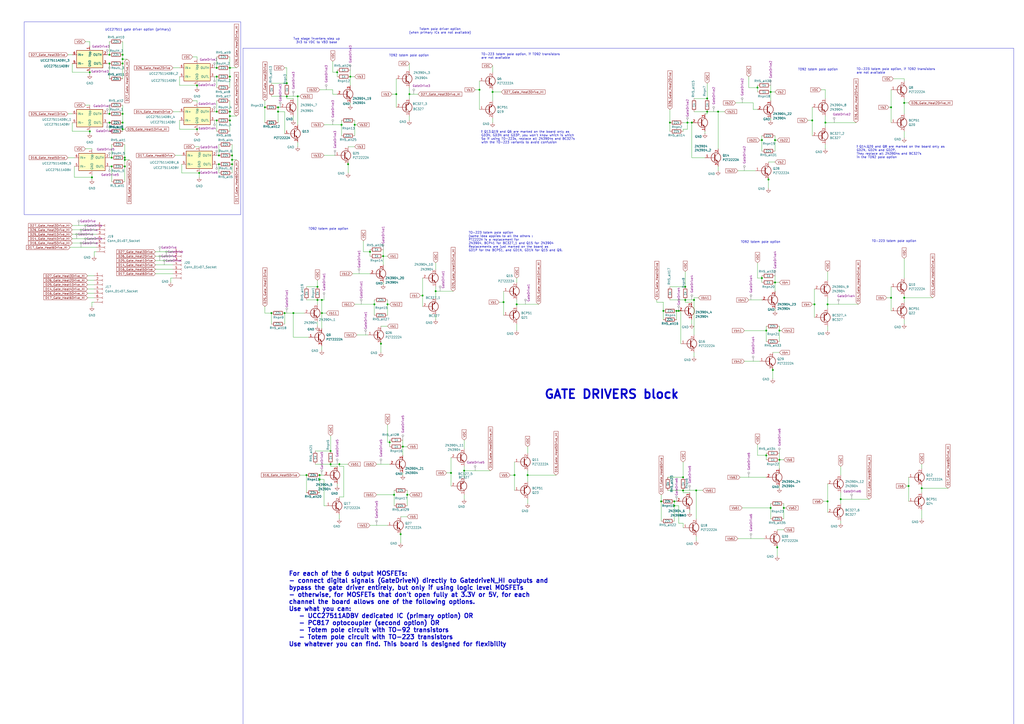
<source format=kicad_sch>
(kicad_sch (version 20250114) (generator "eeschema") (generator_version "9.0")
  (paper "A2")
  (rectangle (start 140.97 27.94) (end 588.01 421.64))
  (rectangle (start 13.97 12.7) (end 139.7 124.46))
  (text "Two stage inverters step up\n3V3 to VDC to VB3 base" (at 183.642 23.622 0) (effects (font (size 1.27 1.27))))
  (text "Totem pole driver option\n(when primary ICs are not available)" (at 255.27 18.034 0) (effects (font (size 1.27 1.27))))
  (text "TO-223 totem pole option" (at 518.668 139.954 0) (effects (font (size 1.27 1.27))))
  (text "TO-223 totem pole option\n(same idea applies to all the others :\nPTZ222A is a replacement for \n2N3904, BCP41 for BC327_1 and Q15 for 2N3904\nReplacements are just marked on the board as\nGD1P for the BCP51, and GD1N, GD1N for Q15 and Q9." (at 271.78 140.208 0) (effects (font (size 1.27 1.27)) (justify left)))
  (text "For each of the 6 output MOSFETs:\n- connect digital signals (GateDriveN) directly to GatedriveN_HI outputs and\nbypass the gate driver entirely, but only if using logic level MOSFETs\n- otherwise, for MOSFETs that don't open fully at 3.3V or 5V, for each\nchannel the board allows one of the following options. \nUse what you can:\n   - UCC27511ADBV dedicated IC (primary option) OR\n   - PC817 optocoupler (second option) OR\n   - Totem pole circuit with TO-92 transistors\n   - Totem pole circuit with TO-223 transistors\nUse whatever you can find. This board is designed for flexibility" (at 167.386 353.314 0) (effects (font (size 2.54 2.54) (thickness 0.508) (bold yes)) (justify left)))
  (text "UCC27511 gate driver option (primary)\n" (at 80.01 17.272 0) (effects (font (size 1.27 1.27))))
  (text "GATE DRIVERS block" (at 354.838 228.854 0) (effects (font (size 5.08 5.08) (thickness 1.016) (bold yes))))
  (text "TO92 totem pole option" (at 190.5 132.842 0) (effects (font (size 1.27 1.27))))
  (text "TO92 totem pole option" (at 441.198 140.462 0) (effects (font (size 1.27 1.27))))
  (text "TO-223 totem pole option, if TO92 transistors \nare not available\n\n\n\n\n\n\n\n\n\n\n\n\n\n\n\n\n\n\n\n\n! Q13,Q19 and Q6 are marked on the board only as\nGD3N, GD3N and GD3P, you won't know which is which\nSo if using TO-223s, replace all 2N3904s and BC327s\nwith the TO-223 variants to avoid confusion\n" (at 279.146 57.15 0) (effects (font (size 1.27 1.27)) (justify left)))
  (text "TO92 totem pole option" (at 237.236 32.258 0) (effects (font (size 1.27 1.27))))
  (text "TO-223 totem pole option, if TO92 transistors \nare not available\n\n\n\n\n\n\n\n\n\n\n\n\n\n\n\n\n\n\n\n\n! Q14,Q20 and Q8 are marked on the board only as\nGD2N, GD2N and GD2P. \nThey replace all 2N3904s and BC327s\nin the TO92 pole option\n" (at 496.824 65.786 0) (effects (font (size 1.27 1.27)) (justify left)))
  (text "TO92 totem pole option" (at 474.472 40.386 0) (effects (font (size 1.27 1.27))))
  (junction (at 72.39 92.71))
  (junction (at 269.24 273.05))
  (junction (at 186.69 181.61))
  (junction (at 127 95.25))
  (junction (at 114.3 74.93))
  (junction (at 63.5 31.75))
  (junction (at 161.29 62.23))
  (junction (at 184.15 166.37))
  (junction (at 203.2 44.45))
  (junction (at 402.59 173.99))
  (junction (at 444.5 191.77))
  (junction (at 125.73 44.45))
  (junction (at 71.12 36.83))
  (junction (at 185.42 275.59))
  (junction (at 237.49 54.61))
  (junction (at 125.73 64.77))
  (junction (at 401.32 71.12))
  (junction (at 516.89 172.72))
  (junction (at 170.18 181.61))
  (junction (at 471.17 69.85))
  (junction (at 233.68 259.08))
  (junction (at 195.58 41.91))
  (junction (at 298.45 275.59))
  (junction (at 52.07 41.91))
  (junction (at 198.12 72.39))
  (junction (at 166.37 55.88))
  (junction (at 184.15 173.99))
  (junction (at 439.42 50.8))
  (junction (at 72.39 91.44))
  (junction (at 397.51 166.37))
  (junction (at 186.69 173.99))
  (junction (at 487.68 289.56))
  (junction (at 222.25 148.59))
  (junction (at 454.66 294.64))
  (junction (at 236.22 287.02))
  (junction (at 114.3 49.53))
  (junction (at 393.7 180.34))
  (junction (at 448.31 214.63))
  (junction (at 71.12 74.93))
  (junction (at 214.63 146.05))
  (junction (at 391.16 293.37))
  (junction (at 71.12 71.12))
  (junction (at 191.77 261.62))
  (junction (at 478.79 71.12))
  (junction (at 217.17 176.53))
  (junction (at 53.34 102.87))
  (junction (at 441.96 161.29))
  (junction (at 196.85 269.24))
  (junction (at 480.06 176.53))
  (junction (at 292.1 175.26))
  (junction (at 232.41 309.88))
  (junction (at 63.5 36.83))
  (junction (at 185.42 278.13))
  (junction (at 172.72 55.88))
  (junction (at 391.16 290.83))
  (junction (at 133.35 44.45))
  (junction (at 392.43 180.34))
  (junction (at 71.12 34.29))
  (junction (at 134.62 90.17))
  (junction (at 64.77 91.44))
  (junction (at 153.67 62.23))
  (junction (at 396.24 276.86))
  (junction (at 397.51 173.99))
  (junction (at 63.5 66.04))
  (junction (at 306.07 275.59))
  (junction (at 133.35 39.37))
  (junction (at 388.62 71.12))
  (junction (at 125.73 69.85))
  (junction (at 157.48 181.61))
  (junction (at 115.57 100.33))
  (junction (at 261.62 274.32))
  (junction (at 410.21 57.15))
  (junction (at 403.86 284.48))
  (junction (at 72.39 96.52))
  (junction (at 166.37 48.26))
  (junction (at 127 90.17))
  (junction (at 480.06 290.83))
  (junction (at 441.96 81.28))
  (junction (at 450.85 317.5))
  (junction (at 133.35 64.77))
  (junction (at 447.04 294.64))
  (junction (at 398.78 71.12))
  (junction (at 165.1 181.61))
  (junction (at 161.29 64.77))
  (junction (at 452.12 191.77))
  (junction (at 449.58 81.28))
  (junction (at 52.07 76.2))
  (junction (at 416.56 64.77))
  (junction (at 205.74 72.39))
  (junction (at 64.77 96.52))
  (junction (at 449.58 163.83))
  (junction (at 384.81 180.34))
  (junction (at 133.35 67.31))
  (junction (at 452.12 266.7))
  (junction (at 527.05 281.94))
  (junction (at 201.93 95.25))
  (junction (at 220.98 199.39))
  (junction (at 134.62 92.71))
  (junction (at 299.72 176.53))
  (junction (at 524.51 59.69))
  (junction (at 134.62 95.25))
  (junction (at 191.77 269.24))
  (junction (at 285.75 53.34))
  (junction (at 71.12 66.04))
  (junction (at 445.77 104.14))
  (junction (at 396.24 284.48))
  (junction (at 252.73 168.91))
  (junction (at 516.89 62.23))
  (junction (at 524.51 172.72))
  (junction (at 133.35 69.85))
  (junction (at 229.87 54.61))
  (junction (at 224.79 176.53))
  (junction (at 245.11 171.45))
  (junction (at 383.54 290.83))
  (junction (at 534.67 283.21))
  (junction (at 125.73 39.37))
  (junction (at 71.12 31.75))
  (junction (at 472.44 176.53))
  (junction (at 228.6 287.02))
  (junction (at 177.8 275.59))
  (junction (at 226.06 256.54))
  (junction (at 63.5 71.12))
  (junction (at 444.5 264.16))
  (junction (at 447.04 53.34))
  (junction (at 410.21 64.77))
  (junction (at 278.13 52.07))
  (wire (pts (xy 172.72 55.88) (xy 172.72 72.39)))
  (wire (pts (xy 449.58 81.28) (xy 449.58 87.63)))
  (wire (pts (xy 527.05 281.94) (xy 527.05 290.83)))
  (wire (pts (xy 191.77 269.24) (xy 191.77 270.51)))
  (wire (pts (xy 233.68 259.08) (xy 236.22 259.08)))
  (wire (pts (xy 427.99 312.42) (xy 443.23 312.42)))
  (wire (pts (xy 224.79 176.53) (xy 224.79 182.88)))
  (wire (pts (xy 157.48 181.61) (xy 157.48 187.96)))
  (wire (pts (xy 71.12 60.96) (xy 71.12 66.04)))
  (wire (pts (xy 224.79 256.54) (xy 226.06 256.54)))
  (wire (pts (xy 133.35 67.31) (xy 133.35 69.85)))
  (wire (pts (xy 471.17 69.85) (xy 471.17 78.74)))
  (wire (pts (xy 524.51 172.72) (xy 541.02 172.72)))
  (wire (pts (xy 452.12 281.94) (xy 452.12 283.21)))
  (wire (pts (xy 431.8 209.55) (xy 440.69 209.55)))
  (wire (pts (xy 127 95.25) (xy 127 100.33)))
  (wire (pts (xy 396.24 74.93) (xy 398.78 74.93)))
  (wire (pts (xy 306.07 275.59) (xy 306.07 279.4)))
  (wire (pts (xy 71.12 71.12) (xy 71.12 74.93)))
  (wire (pts (xy 105.41 100.33) (xy 115.57 100.33)))
  (wire (pts (xy 391.16 290.83) (xy 391.16 293.37)))
  (wire (pts (xy 252.73 166.37) (xy 252.73 168.91)))
  (wire (pts (xy 299.72 176.53) (xy 312.42 176.53)))
  (wire (pts (xy 445.77 102.87) (xy 445.77 104.14)))
  (wire (pts (xy 444.5 191.77) (xy 444.5 198.12)))
  (wire (pts (xy 71.12 36.83) (xy 71.12 45.72)))
  (wire (pts (xy 439.42 49.53) (xy 439.42 50.8)))
  (wire (pts (xy 233.68 255.27) (xy 233.68 259.08)))
  (wire (pts (xy 534.67 283.21) (xy 534.67 285.75)))
  (wire (pts (xy 52.07 41.91) (xy 52.07 43.18)))
  (wire (pts (xy 261.62 274.32) (xy 261.62 281.94)))
  (wire (pts (xy 237.49 36.83) (xy 237.49 40.64)))
  (wire (pts (xy 72.39 96.52) (xy 72.39 105.41)))
  (wire (pts (xy 193.04 41.91) (xy 195.58 41.91)))
  (wire (pts (xy 447.04 53.34) (xy 447.04 58.42)))
  (wire (pts (xy 452.12 266.7) (xy 454.66 266.7)))
  (wire (pts (xy 252.73 168.91) (xy 252.73 172.72)))
  (wire (pts (xy 439.42 50.8) (xy 439.42 53.34)))
  (wire (pts (xy 236.22 287.02) (xy 236.22 293.37)))
  (wire (pts (xy 401.32 185.42) (xy 401.32 187.96)))
  (wire (pts (xy 165.1 181.61) (xy 165.1 187.96)))
  (wire (pts (xy 436.88 63.5) (xy 439.42 63.5)))
  (wire (pts (xy 398.78 74.93) (xy 398.78 71.12)))
  (wire (pts (xy 90.17 151.13) (xy 100.33 151.13)))
  (wire (pts (xy 252.73 168.91) (xy 262.89 168.91)))
  (wire (pts (xy 161.29 62.23) (xy 161.29 64.77)))
  (wire (pts (xy 534.67 269.24) (xy 534.67 271.78)))
  (wire (pts (xy 471.17 176.53) (xy 472.44 176.53)))
  (wire (pts (xy 50.8 167.64) (xy 54.61 167.64)))
  (wire (pts (xy 285.75 53.34) (xy 290.83 53.34)))
  (wire (pts (xy 201.93 95.25) (xy 201.93 100.33)))
  (wire (pts (xy 383.54 287.02) (xy 383.54 290.83)))
  (wire (pts (xy 449.58 179.07) (xy 449.58 180.34)))
  (wire (pts (xy 516.89 166.37) (xy 516.89 172.72)))
  (wire (pts (xy 187.96 72.39) (xy 198.12 72.39)))
  (wire (pts (xy 403.86 300.99) (xy 403.86 284.48)))
  (wire (pts (xy 217.17 173.99) (xy 217.17 176.53)))
  (wire (pts (xy 515.62 62.23) (xy 516.89 62.23)))
  (wire (pts (xy 49.53 60.96) (xy 52.07 60.96)))
  (wire (pts (xy 210.82 139.7) (xy 210.82 146.05)))
  (wire (pts (xy 170.18 67.31) (xy 170.18 69.85)))
  (wire (pts (xy 396.24 284.48) (xy 396.24 285.75)))
  (wire (pts (xy 111.76 58.42) (xy 114.3 58.42)))
  (wire (pts (xy 306.07 273.05) (xy 306.07 275.59)))
  (wire (pts (xy 299.72 187.96) (xy 299.72 191.77)))
  (wire (pts (xy 166.37 57.15) (xy 170.18 57.15)))
  (wire (pts (xy 196.85 270.51) (xy 196.85 269.24)))
  (wire (pts (xy 452.12 191.77) (xy 452.12 198.12)))
  (wire (pts (xy 478.79 67.31) (xy 478.79 71.12)))
  (wire (pts (xy 397.51 173.99) (xy 397.51 175.26)))
  (wire (pts (xy 111.76 33.02) (xy 114.3 33.02)))
  (wire (pts (xy 524.51 59.69) (xy 524.51 66.04)))
  (wire (pts (xy 430.53 294.64) (xy 447.04 294.64)))
  (wire (pts (xy 177.8 166.37) (xy 184.15 166.37)))
  (wire (pts (xy 396.24 306.07) (xy 396.24 303.53)))
  (wire (pts (xy 524.51 185.42) (xy 524.51 187.96)))
  (wire (pts (xy 477.52 290.83) (xy 480.06 290.83)))
  (wire (pts (xy 472.44 176.53) (xy 472.44 184.15)))
  (wire (pts (xy 191.77 269.24) (xy 196.85 269.24)))
  (wire (pts (xy 448.31 213.36) (xy 448.31 214.63)))
  (wire (pts (xy 220.98 189.23) (xy 224.79 189.23)))
  (wire (pts (xy 396.24 285.75) (xy 400.05 285.75)))
  (wire (pts (xy 39.37 66.04) (xy 41.91 66.04)))
  (wire (pts (xy 184.15 162.56) (xy 184.15 166.37)))
  (wire (pts (xy 182.88 261.62) (xy 191.77 261.62)))
  (wire (pts (xy 397.51 157.48) (xy 397.51 166.37)))
  (wire (pts (xy 396.24 71.12) (xy 398.78 71.12)))
  (wire (pts (xy 104.14 69.85) (xy 104.14 74.93)))
  (wire (pts (xy 217.17 176.53) (xy 217.17 182.88)))
  (wire (pts (xy 63.5 60.96) (xy 63.5 66.04)))
  (wire (pts (xy 54.61 146.05) (xy 54.61 148.59)))
  (wire (pts (xy 165.1 64.77) (xy 161.29 64.77)))
  (wire (pts (xy 439.42 264.16) (xy 444.5 264.16)))
  (wire (pts (xy 222.25 144.78) (xy 222.25 148.59)))
  (wire (pts (xy 124.46 44.45) (xy 125.73 44.45)))
  (wire (pts (xy 49.53 86.36) (xy 53.34 86.36)))
  (wire (pts (xy 245.11 161.29) (xy 245.11 171.45)))
  (wire (pts (xy 487.68 289.56) (xy 504.19 289.56)))
  (wire (pts (xy 40.64 143.51) (xy 55.88 143.51)))
  (wire (pts (xy 471.17 62.23) (xy 471.17 69.85)))
  (wire (pts (xy 153.67 58.42) (xy 153.67 62.23)))
  (wire (pts (xy 100.33 161.29) (xy 99.06 161.29)))
  (wire (pts (xy 153.67 181.61) (xy 157.48 181.61)))
  (wire (pts (xy 177.8 275.59) (xy 177.8 285.75)))
  (wire (pts (xy 295.91 275.59) (xy 298.45 275.59)))
  (wire (pts (xy 125.73 50.8) (xy 125.73 44.45)))
  (wire (pts (xy 133.35 39.37) (xy 137.16 39.37)))
  (wire (pts (xy 226.06 256.54) (xy 226.06 259.08)))
  (wire (pts (xy 448.31 214.63) (xy 448.31 219.71)))
  (wire (pts (xy 524.51 59.69) (xy 527.05 59.69)))
  (wire (pts (xy 199.39 288.29) (xy 199.39 270.51)))
  (wire (pts (xy 452.12 191.77) (xy 453.39 191.77)))
  (wire (pts (xy 237.49 67.31) (xy 237.49 69.85)))
  (wire (pts (xy 524.51 149.86) (xy 524.51 161.29)))
  (wire (pts (xy 449.58 78.74) (xy 449.58 81.28)))
  (wire (pts (xy 222.25 148.59) (xy 224.79 148.59)))
  (wire (pts (xy 62.23 36.83) (xy 63.5 36.83)))
  (wire (pts (xy 50.8 172.72) (xy 54.61 172.72)))
  (wire (pts (xy 125.73 58.42) (xy 125.73 64.77)))
  (wire (pts (xy 447.04 49.53) (xy 447.04 53.34)))
  (wire (pts (xy 186.69 173.99) (xy 186.69 181.61)))
  (wire (pts (xy 41.91 41.91) (xy 52.07 41.91)))
  (wire (pts (xy 220.98 198.12) (xy 220.98 199.39)))
  (wire (pts (xy 90.17 158.75) (xy 100.33 158.75)))
  (wire (pts (xy 193.04 52.07) (xy 193.04 54.61)))
  (wire (pts (xy 99.06 161.29) (xy 99.06 163.83)))
  (wire (pts (xy 198.12 69.85) (xy 198.12 72.39)))
  (wire (pts (xy 133.35 39.37) (xy 133.35 44.45)))
  (wire (pts (xy 448.31 204.47) (xy 452.12 204.47)))
  (wire (pts (xy 426.72 59.69) (xy 436.88 59.69)))
  (wire (pts (xy 50.8 162.56) (xy 54.61 162.56)))
  (wire (pts (xy 397.51 173.99) (xy 402.59 173.99)))
  (wire (pts (xy 157.48 55.88) (xy 166.37 55.88)))
  (wire (pts (xy 403.86 284.48) (xy 407.67 284.48)))
  (wire (pts (xy 196.85 269.24) (xy 201.93 269.24)))
  (wire (pts (xy 41.91 36.83) (xy 41.91 41.91)))
  (wire (pts (xy 388.62 63.5) (xy 388.62 71.12)))
  (wire (pts (xy 228.6 287.02) (xy 228.6 293.37)))
  (wire (pts (xy 71.12 34.29) (xy 71.12 36.83)))
  (wire (pts (xy 43.18 96.52) (xy 43.18 102.87)))
  (wire (pts (xy 203.2 59.69) (xy 203.2 60.96)))
  (wire (pts (xy 218.44 287.02) (xy 228.6 287.02)))
  (wire (pts (xy 450.85 317.5) (xy 450.85 322.58)))
  (wire (pts (xy 450.85 316.23) (xy 450.85 317.5)))
  (wire (pts (xy 487.68 270.51) (xy 487.68 275.59)))
  (wire (pts (xy 232.41 299.72) (xy 236.22 299.72)))
  (wire (pts (xy 186.69 181.61) (xy 186.69 190.5)))
  (wire (pts (xy 397.51 175.26) (xy 401.32 175.26)))
  (wire (pts (xy 186.69 173.99) (xy 187.96 173.99)))
  (wire (pts (xy 439.42 161.29) (xy 441.96 161.29)))
  (wire (pts (xy 113.03 85.09) (xy 115.57 85.09)))
  (wire (pts (xy 53.34 101.6) (xy 53.34 102.87)))
  (wire (pts (xy 104.14 74.93) (xy 114.3 74.93)))
  (wire (pts (xy 72.39 91.44) (xy 72.39 92.71)))
  (wire (pts (xy 191.77 270.51) (xy 195.58 270.51)))
  (wire (pts (xy 187.96 278.13) (xy 185.42 278.13)))
  (wire (pts (xy 285.75 52.07) (xy 285.75 53.34)))
  (wire (pts (xy 398.78 71.12) (xy 401.32 71.12)))
  (wire (pts (xy 449.58 160.02) (xy 449.58 163.83)))
  (wire (pts (xy 220.98 199.39) (xy 220.98 204.47)))
  (wire (pts (xy 444.5 264.16) (xy 444.5 266.7)))
  (wire (pts (xy 124.46 69.85) (xy 125.73 69.85)))
  (wire (pts (xy 402.59 204.47) (xy 402.59 207.01)))
  (wire (pts (xy 289.56 175.26) (xy 292.1 175.26)))
  (wire (pts (xy 189.23 293.37) (xy 187.96 293.37)))
  (wire (pts (xy 127 83.82) (xy 127 90.17)))
  (wire (pts (xy 185.42 52.07) (xy 193.04 52.07)))
  (wire (pts (xy 170.18 181.61) (xy 176.53 181.61)))
  (wire (pts (xy 125.73 90.17) (xy 127 90.17)))
  (wire (pts (xy 41.91 140.97) (xy 55.88 140.97)))
  (wire (pts (xy 534.67 283.21) (xy 549.91 283.21)))
  (wire (pts (xy 114.3 49.53) (xy 114.3 50.8)))
  (wire (pts (xy 299.72 173.99) (xy 299.72 176.53)))
  (wire (pts (xy 391.16 290.83) (xy 392.43 290.83)))
  (wire (pts (xy 226.06 255.27) (xy 226.06 256.54)))
  (wire (pts (xy 114.3 58.42) (xy 114.3 59.69)))
  (wire (pts (xy 222.25 148.59) (xy 222.25 153.67)))
  (wire (pts (xy 134.62 92.71) (xy 134.62 95.25)))
  (wire (pts (xy 71.12 74.93) (xy 71.12 76.2)))
  (wire (pts (xy 383.54 290.83) (xy 383.54 302.26)))
  (wire (pts (xy 207.01 194.31) (xy 213.36 194.31)))
  (wire (pts (xy 133.35 67.31) (xy 137.16 67.31)))
  (wire (pts (xy 441.96 78.74) (xy 441.96 81.28)))
  (wire (pts (xy 166.37 55.88) (xy 172.72 55.88)))
  (wire (pts (xy 524.51 76.2) (xy 524.51 80.01)))
  (wire (pts (xy 524.51 57.15) (xy 524.51 59.69)))
  (wire (pts (xy 72.39 92.71) (xy 72.39 96.52)))
  (wire (pts (xy 278.13 46.99) (xy 278.13 52.07)))
  (wire (pts (xy 134.62 90.17) (xy 134.62 92.71)))
  (wire (pts (xy 306.07 259.08) (xy 306.07 262.89)))
  (wire (pts (xy 480.06 176.53) (xy 497.84 176.53)))
  (wire (pts (xy 454.66 294.64) (xy 455.93 294.64)))
  (wire (pts (xy 201.93 85.09) (xy 205.74 85.09)))
  (wire (pts (xy 402.59 57.15) (xy 410.21 57.15)))
  (wire (pts (xy 444.5 189.23) (xy 444.5 191.77)))
  (wire (pts (xy 298.45 275.59) (xy 298.45 284.48)))
  (wire (pts (xy 434.34 173.99) (xy 441.96 173.99)))
  (wire (pts (xy 90.17 146.05) (xy 100.33 146.05)))
  (wire (pts (xy 447.04 294.64) (xy 447.04 300.99)))
  (wire (pts (xy 454.66 294.64) (xy 454.66 300.99)))
  (wire (pts (xy 205.74 72.39) (xy 207.01 72.39)))
  (wire (pts (xy 205.74 69.85) (xy 205.74 72.39)))
  (wire (pts (xy 259.08 274.32) (xy 261.62 274.32)))
  (wire (pts (xy 55.88 146.05) (xy 54.61 146.05)))
  (wire (pts (xy 472.44 167.64) (xy 472.44 176.53)))
  (wire (pts (xy 224.79 246.38) (xy 224.79 256.54)))
  (wire (pts (xy 441.96 160.02) (xy 441.96 161.29)))
  (wire (pts (xy 134.62 83.82) (xy 134.62 90.17)))
  (wire (pts (xy 186.69 200.66) (xy 186.69 203.2)))
  (wire (pts (xy 452.12 189.23) (xy 452.12 191.77)))
  (wire (pts (xy 50.8 160.02) (xy 54.61 160.02)))
  (wire (pts (xy 434.34 50.8) (xy 439.42 50.8)))
  (wire (pts (xy 39.37 31.75) (xy 41.91 31.75)))
  (wire (pts (xy 476.25 52.07) (xy 478.79 52.07)))
  (wire (pts (xy 480.06 290.83) (xy 480.06 297.18)))
  (wire (pts (xy 54.61 175.26) (xy 53.34 175.26)))
  (wire (pts (xy 447.04 292.1) (xy 447.04 294.64)))
  (wire (pts (xy 445.77 104.14) (xy 445.77 109.22)))
  (wire (pts (xy 444.5 262.89) (xy 444.5 264.16)))
  (wire (pts (xy 516.89 52.07) (xy 516.89 62.23)))
  (wire (pts (xy 401.32 91.44) (xy 401.32 71.12)))
  (wire (pts (xy 233.68 274.32) (xy 233.68 275.59)))
  (wire (pts (xy 133.35 44.45) (xy 133.35 50.8)))
  (wire (pts (xy 516.89 62.23) (xy 516.89 71.12)))
  (wire (pts (xy 447.04 53.34) (xy 449.58 53.34)))
  (wire (pts (xy 392.43 180.34) (xy 393.7 180.34)))
  (wire (pts (xy 205.74 176.53) (xy 217.17 176.53)))
  (wire (pts (xy 387.35 284.48) (xy 396.24 284.48)))
  (wire (pts (xy 452.12 262.89) (xy 452.12 266.7)))
  (wire (pts (xy 49.53 24.13) (xy 52.07 24.13)))
  (wire (pts (xy 71.12 66.04) (xy 71.12 71.12)))
  (wire (pts (xy 381 175.26) (xy 384.81 175.26)))
  (wire (pts (xy 125.73 69.85) (xy 125.73 76.2)))
  (wire (pts (xy 487.68 302.26) (xy 487.68 303.53)))
  (wire (pts (xy 195.58 40.64) (xy 195.58 41.91)))
  (wire (pts (xy 236.22 287.02) (xy 237.49 287.02)))
  (wire (pts (xy 184.15 173.99) (xy 184.15 176.53)))
  (wire (pts (xy 480.06 172.72) (xy 480.06 176.53)))
  (wire (pts (xy 170.18 195.58) (xy 170.18 181.61)))
  (wire (pts (xy 524.51 171.45) (xy 524.51 172.72)))
  (wire (pts (xy 71.12 34.29) (xy 73.66 34.29)))
  (wire (pts (xy 450.85 307.34) (xy 454.66 307.34)))
  (wire (pts (xy 275.59 52.07) (xy 278.13 52.07)))
  (wire (pts (xy 214.63 304.8) (xy 224.79 304.8)))
  (wire (pts (xy 185.42 275.59) (xy 187.96 275.59)))
  (wire (pts (xy 454.66 292.1) (xy 454.66 294.64)))
  (wire (pts (xy 298.45 267.97) (xy 298.45 275.59)))
  (wire (pts (xy 63.5 36.83) (xy 63.5 45.72)))
  (wire (pts (xy 165.1 181.61) (xy 170.18 181.61)))
  (wire (pts (xy 201.93 93.98) (xy 201.93 95.25)))
  (wire (pts (xy 210.82 146.05) (xy 214.63 146.05)))
  (wire (pts (xy 452.12 266.7) (xy 452.12 271.78)))
  (wire (pts (xy 177.8 173.99) (xy 184.15 173.99)))
  (wire (pts (xy 133.35 33.02) (xy 133.35 39.37)))
  (wire (pts (xy 166.37 55.88) (xy 166.37 57.15)))
  (wire (pts (xy 416.56 64.77) (xy 420.37 64.77)))
  (wire (pts (xy 387.35 276.86) (xy 396.24 276.86)))
  (wire (pts (xy 403.86 311.15) (xy 403.86 313.69)))
  (wire (pts (xy 161.29 64.77) (xy 161.29 71.12)))
  (wire (pts (xy 229.87 54.61) (xy 229.87 62.23)))
  (wire (pts (xy 449.58 163.83) (xy 449.58 168.91)))
  (wire (pts (xy 441.96 81.28) (xy 441.96 87.63)))
  (wire (pts (xy 186.69 181.61) (xy 189.23 181.61)))
  (wire (pts (xy 261.62 265.43) (xy 261.62 274.32)))
  (wire (pts (xy 153.67 181.61) (xy 153.67 177.8)))
  (wire (pts (xy 252.73 182.88) (xy 252.73 185.42)))
  (wire (pts (xy 227.33 54.61) (xy 229.87 54.61)))
  (wire (pts (xy 232.41 309.88) (xy 232.41 314.96)))
  (wire (pts (xy 269.24 273.05) (xy 269.24 276.86)))
  (wire (pts (xy 228.6 284.48) (xy 228.6 287.02)))
  (wire (pts (xy 104.14 49.53) (xy 114.3 49.53)))
  (wire (pts (xy 41.91 138.43) (xy 55.88 138.43)))
  (wire (pts (xy 182.88 269.24) (xy 191.77 269.24)))
  (wire (pts (xy 114.3 33.02) (xy 114.3 34.29)))
  (wire (pts (xy 243.84 171.45) (xy 245.11 171.45)))
  (wire (pts (xy 269.24 270.51) (xy 269.24 273.05)))
  (wire (pts (xy 153.67 62.23) (xy 153.67 71.12)))
  (wire (pts (xy 402.59 172.72) (xy 402.59 173.99)))
  (wire (pts (xy 193.04 54.61) (xy 195.58 54.61)))
  (wire (pts (xy 434.34 44.45) (xy 434.34 50.8)))
  (wire (pts (xy 232.41 308.61) (xy 232.41 309.88)))
  (wire (pts (xy 487.68 289.56) (xy 487.68 292.1)))
  (wire (pts (xy 203.2 44.45) (xy 203.2 49.53)))
  (wire (pts (xy 269.24 273.05) (xy 284.48 273.05)))
  (wire (pts (xy 392.43 180.34) (xy 392.43 185.42)))
  (wire (pts (xy 224.79 176.53) (xy 226.06 176.53)))
  (wire (pts (xy 218.44 269.24) (xy 226.06 269.24)))
  (wire (pts (xy 285.75 38.1) (xy 285.75 41.91)))
  (wire (pts (xy 445.77 93.98) (xy 449.58 93.98)))
  (wire (pts (xy 416.56 96.52) (xy 416.56 99.06)))
  (wire (pts (xy 384.81 175.26) (xy 384.81 180.34)))
  (wire (pts (xy 401.32 91.44) (xy 408.94 91.44)))
  (wire (pts (xy 410.21 66.04) (xy 408.94 66.04)))
  (wire (pts (xy 187.96 172.72) (xy 187.96 173.99)))
  (wire (pts (xy 90.17 148.59) (xy 100.33 148.59)))
  (wire (pts (xy 134.62 92.71) (xy 137.16 92.71)))
  (wire (pts (xy 172.72 55.88) (xy 173.99 55.88)))
  (wire (pts (xy 63.5 76.2) (xy 63.5 71.12)))
  (wire (pts (xy 480.06 280.67) (xy 480.06 290.83)))
  (wire (pts (xy 53.34 102.87) (xy 53.34 104.14)))
  (wire (pts (xy 125.73 95.25) (xy 127 95.25)))
  (wire (pts (xy 524.51 172.72) (xy 524.51 175.26)))
  (wire (pts (xy 396.24 267.97) (xy 396.24 276.86)))
  (wire (pts (xy 203.2 40.64) (xy 203.2 44.45)))
  (wire (pts (xy 527.05 276.86) (xy 527.05 281.94)))
  (wire (pts (xy 133.35 69.85) (xy 133.35 76.2)))
  (wire (pts (xy 396.24 303.53) (xy 393.7 303.53)))
  (wire (pts (xy 391.16 293.37) (xy 391.16 302.26)))
  (wire (pts (xy 436.88 59.69) (xy 436.88 63.5)))
  (wire (pts (xy 166.37 39.37) (xy 165.1 39.37)))
  (wire (pts (xy 204.47 158.75) (xy 214.63 158.75)))
  (wire (pts (xy 388.62 173.99) (xy 397.51 173.99)))
  (wire (pts (xy 41.91 133.35) (xy 55.88 133.35)))
  (wire (pts (xy 410.21 64.77) (xy 416.56 64.77)))
  (wire (pts (xy 478.79 83.82) (xy 478.79 86.36)))
  (wire (pts (xy 50.8 165.1) (xy 54.61 165.1)))
  (wire (pts (xy 53.34 175.26) (xy 53.34 177.8)))
  (wire (pts (xy 63.5 96.52) (xy 64.77 96.52)))
  (wire (pts (xy 525.78 281.94) (xy 527.05 281.94)))
  (wire (pts (xy 64.77 96.52) (xy 64.77 105.41)))
  (wire (pts (xy 299.72 176.53) (xy 299.72 177.8)))
  (wire (pts (xy 236.22 284.48) (xy 236.22 287.02)))
  (wire (pts (xy 393.7 303.53) (xy 393.7 293.37)))
  (wire (pts (xy 185.42 278.13) (xy 185.42 285.75)))
  (wire (pts (xy 214.63 144.78) (xy 214.63 146.05)))
  (wire (pts (xy 199.39 270.51) (xy 196.85 270.51)))
  (wire (pts (xy 72.39 83.82) (xy 72.39 91.44)))
  (wire (pts (xy 306.07 289.56) (xy 306.07 292.1)))
  (wire (pts (xy 416.56 64.77) (xy 416.56 86.36)))
  (wire (pts (xy 285.75 53.34) (xy 285.75 58.42)))
  (wire (pts (xy 431.8 191.77) (xy 444.5 191.77)))
  (wire (pts (xy 222.25 163.83) (xy 222.25 165.1)))
  (wire (pts (xy 104.14 44.45) (xy 104.14 49.53)))
  (wire (pts (xy 185.42 275.59) (xy 185.42 278.13)))
  (wire (pts (xy 524.51 45.72) (xy 524.51 46.99)))
  (wire (pts (xy 394.97 199.39) (xy 394.97 180.34)))
  (wire (pts (xy 269.24 255.27) (xy 269.24 260.35)))
  (wire (pts (xy 196.85 288.29) (xy 199.39 288.29)))
  (wire (pts (xy 478.79 52.07) (xy 478.79 57.15)))
  (wire (pts (xy 384.81 180.34) (xy 384.81 185.42)))
  (wire (pts (xy 124.46 39.37) (xy 125.73 39.37)))
  (wire (pts (xy 62.23 31.75) (xy 63.5 31.75)))
  (wire (pts (xy 440.69 81.28) (xy 441.96 81.28)))
  (wire (pts (xy 237.49 54.61) (xy 237.49 57.15)))
  (wire (pts (xy 195.58 280.67) (xy 195.58 281.94)))
  (wire (pts (xy 245.11 171.45) (xy 245.11 177.8)))
  (wire (pts (xy 101.6 90.17) (xy 105.41 90.17)))
  (wire (pts (xy 381 173.99) (xy 381 175.26)))
  (wire (pts (xy 402.59 64.77) (xy 410.21 64.77)))
  (wire (pts (xy 50.8 170.18) (xy 54.61 170.18)))
  (wire (pts (xy 72.39 92.71) (xy 74.93 92.71)))
  (wire (pts (xy 518.16 45.72) (xy 524.51 45.72)))
  (wire (pts (xy 408.94 76.2) (xy 408.94 77.47)))
  (wire (pts (xy 388.62 166.37) (xy 397.51 166.37)))
  (wire (pts (xy 62.23 71.12) (xy 63.5 71.12)))
  (wire (pts (xy 478.79 71.12) (xy 496.57 71.12)))
  (wire (pts (xy 229.87 45.72) (xy 229.87 54.61)))
  (wire (pts (xy 41.91 71.12) (xy 41.91 76.2)))
  (wire (pts (xy 62.23 66.04) (xy 63.5 66.04)))
  (wire (pts (xy 184.15 186.69) (xy 184.15 189.23)))
  (wire (pts (xy 72.39 74.93) (xy 71.12 74.93)))
  (wire (pts (xy 195.58 41.91) (xy 195.58 44.45)))
  (wire (pts (xy 269.24 287.02) (xy 269.24 289.56)))
  (wire (pts (xy 134.62 95.25) (xy 134.62 100.33)))
  (wire (pts (xy 114.3 74.93) (xy 114.3 76.2)))
  (wire (pts (xy 439.42 152.4) (xy 439.42 161.29)))
  (wire (pts (xy 410.21 64.77) (xy 410.21 66.04)))
  (wire (pts (xy 63.5 91.44) (xy 64.77 91.44)))
  (wire (pts (xy 165.1 77.47) (xy 165.1 64.77)))
  (wire (pts (xy 191.77 252.73) (xy 191.77 261.62)))
  (wire (pts (xy 447.04 68.58) (xy 447.04 69.85)))
  (wire (pts (xy 124.46 64.77) (xy 125.73 64.77)))
  (wire (pts (xy 179.07 195.58) (xy 170.18 195.58)))
  (wire (pts (xy 233.68 259.08) (xy 233.68 264.16)))
  (wire (pts (xy 41.91 76.2) (xy 52.07 76.2)))
  (wire (pts (xy 184.15 173.99) (xy 186.69 173.99)))
  (wire (pts (xy 402.59 173.99) (xy 402.59 194.31)))
  (wire (pts (xy 292.1 168.91) (xy 292.1 175.26)))
  (wire (pts (xy 252.73 152.4) (xy 252.73 156.21)))
  (wire (pts (xy 514.35 172.72) (xy 516.89 172.72)))
  (wire (pts (xy 402.59 172.72) (xy 405.13 172.72)))
  (wire (pts (xy 480.06 189.23) (xy 480.06 191.77)))
  (wire (pts (xy 64.77 83.82) (xy 64.77 91.44)))
  (wire (pts (xy 133.35 58.42) (xy 133.35 64.77)))
  (wire (pts (xy 203.2 44.45) (xy 205.74 44.45)))
  (wire (pts (xy 100.33 39.37) (xy 104.14 39.37)))
  (wire (pts (xy 388.62 71.12) (xy 388.62 76.2)))
  (wire (pts (xy 487.68 285.75) (xy 487.68 289.56)))
  (wire (pts (xy 115.57 100.33) (xy 115.57 102.87)))
  (wire (pts (xy 400.05 295.91) (xy 400.05 297.18)))
  (wire (pts (xy 393.7 293.37) (xy 391.16 293.37)))
  (wire (pts (xy 427.99 99.06) (xy 438.15 99.06)))
  (wire (pts (xy 285.75 68.58) (xy 285.75 71.12)))
  (wire (pts (xy 480.06 176.53) (xy 480.06 179.07)))
  (wire (pts (xy 278.13 52.07) (xy 278.13 63.5)))
  (wire (pts (xy 71.12 24.13) (xy 71.12 31.75)))
  (wire (pts (xy 292.1 175.26) (xy 292.1 182.88)))
  (wire (pts (xy 478.79 71.12) (xy 478.79 73.66)))
  (wire (pts (xy 449.58 81.28) (xy 450.85 81.28)))
  (wire (pts (xy 205.74 72.39) (xy 205.74 78.74)))
  (wire (pts (xy 52.07 24.13) (xy 52.07 26.67)))
  (wire (pts (xy 90.17 156.21) (xy 100.33 156.21)))
  (wire (pts (xy 196.85 298.45) (xy 196.85 300.99)))
  (wire (pts (xy 516.89 172.72) (xy 516.89 180.34)))
  (wire (pts (xy 100.33 64.77) (xy 104.14 64.77)))
  (wire (pts (xy 410.21 48.26) (xy 410.21 57.15)))
  (wire (pts (xy 105.41 95.25) (xy 105.41 100.33)))
  (wire (pts (xy 161.29 62.23) (xy 162.56 62.23)))
  (wire (pts (xy 396.24 74.93) (xy 396.24 76.2)))
  (wire (pts (xy 52.07 76.2) (xy 52.07 77.47)))
  (wire (pts (xy 172.72 82.55) (xy 172.72 85.09)))
  (wire (pts (xy 429.26 276.86) (xy 444.5 276.86)))
  (wire (pts (xy 125.73 33.02) (xy 125.73 39.37)))
  (wire (pts (xy 71.12 31.75) (xy 71.12 34.29)))
  (wire (pts (xy 237.49 50.8) (xy 237.49 54.61)))
  (wire (pts (xy 439.42 257.81) (xy 439.42 264.16)))
  (wire (pts (xy 173.99 275.59) (xy 177.8 275.59)))
  (wire (pts (xy 41.91 130.81) (xy 55.88 130.81)))
  (wire (pts (xy 480.06 157.48) (xy 480.06 162.56)))
  (wire (pts (xy 187.96 90.17) (xy 194.31 90.17)))
  (wire (pts (xy 237.49 54.61) (xy 242.57 54.61)))
  (wire (pts (xy 299.72 161.29) (xy 299.72 163.83)))
  (wire (pts (xy 393.7 180.34) (xy 394.97 180.34)))
  (wire (pts (xy 187.96 278.13) (xy 187.96 293.37)))
  (wire (pts (xy 198.12 72.39) (xy 198.12 78.74)))
  (wire (pts (xy 214.63 146.05) (xy 214.63 148.59)))
  (wire (pts (xy 43.18 102.87) (xy 53.34 102.87)))
  (wire (pts (xy 534.67 281.94) (xy 534.67 283.21)))
  (wire (pts (xy 39.37 91.44) (xy 43.18 91.44)))
  (wire (pts (xy 534.67 295.91) (xy 534.67 300.99)))
  (wire (pts (xy 224.79 173.99) (xy 224.79 176.53)))
  (wire (pts (xy 63.5 24.13) (xy 63.5 31.75)))
  (wire (pts (xy 403.86 284.48) (xy 396.24 284.48)))
  (wire (pts (xy 157.48 48.26) (xy 166.37 48.26)))
  (wire (pts (xy 306.07 275.59) (xy 322.58 275.59)))
  (wire (pts (xy 133.35 64.77) (xy 133.35 67.31)))
  (wire (pts (xy 468.63 69.85) (xy 471.17 69.85)))
  (wire (pts (xy 441.96 161.29) (xy 441.96 163.83)))
  (wire (pts (xy 449.58 163.83) (xy 452.12 163.83)))
  (wire (pts (xy 90.17 153.67) (xy 100.33 153.67)))
  (wire (pts (xy 41.91 135.89) (xy 55.88 135.89)))
  (wire (pts (xy 166.37 39.37) (xy 166.37 48.26)))
  (wire (pts (xy 193.04 35.56) (xy 193.04 41.91)))
  (global_label "VDC" (shape input) (at 285.75 38.1 180) (property "Intersheetrefs" "${INTERSHEET_REFS}" (effects (hide yes))))
  (global_label "D17_Gate_Heat6Drive" (shape input) (at 101.6 90.17 180) (effects (font (thickness 0.1588))) (property "Intersheetrefs" "${INTERSHEET_REFS}" (effects (hide yes))))
  (global_label "D26_Gate_Heat2Drive" (shape input) (at 90.17 148.59 180) (effects (font (thickness 0.1588))) (property "Intersheetrefs" "${INTERSHEET_REFS}" (effects (hide yes))))
  (global_label "Vb3" (shape input) (at 205.74 85.09 0) (property "Intersheetrefs" "${INTERSHEET_REFS}" (effects (hide yes))))
  (global_label "D25_Gate_Heat1Drive_HI" (shape input) (at 50.8 165.1 180) (effects (font (thickness 0.1588))) (property "Intersheetrefs" "${INTERSHEET_REFS}" (effects (hide yes))))
  (global_label "D16_Gate_Heat5Drive_HI" (shape input) (at 41.91 140.97 180) (effects (font (thickness 0.1588))) (property "Intersheetrefs" "${INTERSHEET_REFS}" (effects (hide yes))))
  (global_label "D17_Gate_Heat6Drive" (shape input) (at 90.17 158.75 180) (effects (font (thickness 0.1588))) (property "Intersheetrefs" "${INTERSHEET_REFS}" (effects (hide yes))))
  (global_label "VDC" (shape input) (at 184.15 162.56 90) (property "Intersheetrefs" "${INTERSHEET_REFS}" (effects (hide yes))))
  (global_label "D26_Gate_Heat2Drive_HI" (shape input) (at 527.05 59.69 0) (effects (font (thickness 0.1588))) (property "Intersheetrefs" "${INTERSHEET_REFS}" (effects (hide yes))))
  (global_label "Vb62" (shape input) (at 429.26 276.86 180) (property "Intersheetrefs" "${INTERSHEET_REFS}" (effects (hide yes))))
  (global_label "Vb5" (shape input) (at 236.22 259.08 0) (property "Intersheetrefs" "${INTERSHEET_REFS}" (effects (hide yes))))
  (global_label "D25_Gate_Heat1Drive" (shape input) (at 90.17 151.13 180) (effects (font (thickness 0.1588))) (property "Intersheetrefs" "${INTERSHEET_REFS}" (effects (hide yes))))
  (global_label "VDC" (shape input) (at 487.68 270.51 90) (property "Intersheetrefs" "${INTERSHEET_REFS}" (effects (hide yes))))
  (global_label "Vb41" (shape input) (at 405.13 172.72 0) (property "Intersheetrefs" "${INTERSHEET_REFS}" (effects (hide yes))))
  (global_label "VDC" (shape input) (at 49.53 86.36 180) (property "Intersheetrefs" "${INTERSHEET_REFS}" (effects (hide yes))))
  (global_label "Vb42" (shape input) (at 453.39 191.77 0) (property "Intersheetrefs" "${INTERSHEET_REFS}" (effects (hide yes))))
  (global_label "D14_Gate_Heat4Drive_HI" (shape input) (at 41.91 138.43 180) (effects (font (thickness 0.1588))) (property "Intersheetrefs" "${INTERSHEET_REFS}" (effects (hide yes))))
  (global_label "VDC" (shape input) (at 165.1 39.37 180) (property "Intersheetrefs" "${INTERSHEET_REFS}" (effects (hide yes))))
  (global_label "Vb1" (shape input) (at 289.56 175.26 180) (property "Intersheetrefs" "${INTERSHEET_REFS}" (effects (hide yes))))
  (global_label "VDC" (shape input) (at 49.53 24.13 180) (property "Intersheetrefs" "${INTERSHEET_REFS}" (effects (hide yes))))
  (global_label "Vb5" (shape input) (at 295.91 275.59 180) (property "Intersheetrefs" "${INTERSHEET_REFS}" (effects (hide yes))))
  (global_label "Vb31" (shape input) (at 173.99 55.88 0) (property "Intersheetrefs" "${INTERSHEET_REFS}" (effects (hide yes))))
  (global_label "VDC" (shape input) (at 439.42 152.4 90) (property "Intersheetrefs" "${INTERSHEET_REFS}" (effects (hide yes))))
  (global_label "D27_Gate_Heat3Drive_HI" (shape input) (at 73.66 34.29 270) (effects (font (thickness 0.1588))) (property "Intersheetrefs" "${INTERSHEET_REFS}" (effects (hide yes))))
  (global_label "D14_Gate_Heat4Drive_HI" (shape input) (at 137.16 67.31 90) (effects (font (thickness 0.1588))) (property "Intersheetrefs" "${INTERSHEET_REFS}" (effects (hide yes))))
  (global_label "VDC" (shape input) (at 269.24 255.27 90) (property "Intersheetrefs" "${INTERSHEET_REFS}" (effects (hide yes))))
  (global_label "Vb2" (shape input) (at 515.62 62.23 180) (property "Intersheetrefs" "${INTERSHEET_REFS}" (effects (hide yes))))
  (global_label "VDC" (shape input) (at 439.42 257.81 90) (property "Intersheetrefs" "${INTERSHEET_REFS}" (effects (hide yes))))
  (global_label "Vb51" (shape input) (at 201.93 269.24 0) (property "Intersheetrefs" "${INTERSHEET_REFS}" (effects (hide yes))))
  (global_label "D17_Gate_Heat6Drive" (shape input) (at 383.54 287.02 90) (effects (font (thickness 0.1588))) (property "Intersheetrefs" "${INTERSHEET_REFS}" (effects (hide yes))))
  (global_label "Vb4" (shape input) (at 452.12 204.47 0) (property "Intersheetrefs" "${INTERSHEET_REFS}" (effects (hide yes))))
  (global_label "Vb6" (shape input) (at 454.66 307.34 0) (property "Intersheetrefs" "${INTERSHEET_REFS}" (effects (hide yes))))
  (global_label "VDC" (shape input) (at 524.51 149.86 90) (property "Intersheetrefs" "${INTERSHEET_REFS}" (effects (hide yes))))
  (global_label "Vb42" (shape input) (at 431.8 209.55 180) (property "Intersheetrefs" "${INTERSHEET_REFS}" (effects (hide yes))))
  (global_label "D14_Gate_Heat4Drive_HI" (shape input) (at 541.02 172.72 90) (effects (font (thickness 0.1588))) (property "Intersheetrefs" "${INTERSHEET_REFS}" (effects (hide yes))))
  (global_label "Vb21" (shape input) (at 420.37 64.77 0) (property "Intersheetrefs" "${INTERSHEET_REFS}" (effects (hide yes))))
  (global_label "Vb42" (shape input) (at 434.34 173.99 180) (property "Intersheetrefs" "${INTERSHEET_REFS}" (effects (hide yes))))
  (global_label "Vb62" (shape input) (at 427.99 312.42 180) (property "Intersheetrefs" "${INTERSHEET_REFS}" (effects (hide yes))))
  (global_label "Vb12" (shape input) (at 226.06 176.53 0) (property "Intersheetrefs" "${INTERSHEET_REFS}" (effects (hide yes))))
  (global_label "Vb22" (shape input) (at 450.85 81.28 0) (property "Intersheetrefs" "${INTERSHEET_REFS}" (effects (hide yes))))
  (global_label "Vb4" (shape input) (at 452.12 163.83 0) (property "Intersheetrefs" "${INTERSHEET_REFS}" (effects (hide yes))))
  (global_label "Vb52" (shape input) (at 218.44 269.24 180) (property "Intersheetrefs" "${INTERSHEET_REFS}" (effects (hide yes))))
  (global_label "Vb5" (shape input) (at 236.22 299.72 0) (property "Intersheetrefs" "${INTERSHEET_REFS}" (effects (hide yes))))
  (global_label "D14_Gate_Heat4Drive_HI" (shape input) (at 497.84 176.53 90) (effects (font (thickness 0.1588))) (property "Intersheetrefs" "${INTERSHEET_REFS}" (effects (hide yes))))
  (global_label "D25_Gate_Heat1Drive" (shape input) (at 153.67 177.8 90) (effects (font (thickness 0.1588))) (property "Intersheetrefs" "${INTERSHEET_REFS}" (effects (hide yes))))
  (global_label "D16_Gate_Heat5Drive" (shape input) (at 90.17 156.21 180) (effects (font (thickness 0.1588))) (property "Intersheetrefs" "${INTERSHEET_REFS}" (effects (hide yes))))
  (global_label "Vb12" (shape input) (at 204.47 158.75 180) (property "Intersheetrefs" "${INTERSHEET_REFS}" (effects (hide yes))))
  (global_label "Vb4" (shape input) (at 471.17 176.53 180) (property "Intersheetrefs" "${INTERSHEET_REFS}" (effects (hide yes))))
  (global_label "Vb2" (shape input) (at 449.58 53.34 0) (property "Intersheetrefs" "${INTERSHEET_REFS}" (effects (hide yes))))
  (global_label "D16_Gate_Heat5Drive" (shape input) (at 173.99 275.59 180) (effects (font (thickness 0.1588))) (property "Intersheetrefs" "${INTERSHEET_REFS}" (effects (hide yes))))
  (global_label "Vb32" (shape input) (at 185.42 52.07 180) (property "Intersheetrefs" "${INTERSHEET_REFS}" (effects (hide yes))))
  (global_label "VDC" (shape input) (at 534.67 269.24 90) (property "Intersheetrefs" "${INTERSHEET_REFS}" (effects (hide yes))))
  (global_label "D17_Gate_Heat6Drive_HI" (shape input) (at 137.16 92.71 270) (effects (font (thickness 0.1588))) (property "Intersheetrefs" "${INTERSHEET_REFS}" (effects (hide yes))))
  (global_label "Vb12" (shape input) (at 207.01 194.31 180) (property "Intersheetrefs" "${INTERSHEET_REFS}" (effects (hide yes))))
  (global_label "VDC" (shape input) (at 476.25 52.07 180) (property "Intersheetrefs" "${INTERSHEET_REFS}" (effects (hide yes))))
  (global_label "VDC" (shape input) (at 49.53 60.96 180) (property "Intersheetrefs" "${INTERSHEET_REFS}" (effects (hide yes))))
  (global_label "VDC" (shape input) (at 237.49 36.83 180) (property "Intersheetrefs" "${INTERSHEET_REFS}" (effects (hide yes))))
  (global_label "VDC" (shape input) (at 518.16 45.72 180) (property "Intersheetrefs" "${INTERSHEET_REFS}" (effects (hide yes))))
  (global_label "D17_Gate_Heat6Drive_HI" (shape input) (at 50.8 172.72 180) (effects (font (thickness 0.1588))) (property "Intersheetrefs" "${INTERSHEET_REFS}" (effects (hide yes))))
  (global_label "Vb3" (shape input) (at 227.33 54.61 180) (property "Intersheetrefs" "${INTERSHEET_REFS}" (effects (hide yes))))
  (global_label "Vb22" (shape input) (at 427.99 99.06 180) (property "Intersheetrefs" "${INTERSHEET_REFS}" (effects (hide yes))))
  (global_label "D16_Gate_Heat5Drive_HI" (shape input) (at 322.58 275.59 90) (effects (font (thickness 0.1588))) (property "Intersheetrefs" "${INTERSHEET_REFS}" (effects (hide yes))))
  (global_label "D16_Gate_Heat5Drive_HI" (shape input) (at 74.93 92.71 270) (effects (font (thickness 0.1588))) (property "Intersheetrefs" "${INTERSHEET_REFS}" (effects (hide yes))))
  (global_label "D14_Gate_Heat4Drive" (shape input) (at 100.33 64.77 180) (effects (font (thickness 0.1588))) (property "Intersheetrefs" "${INTERSHEET_REFS}" (effects (hide yes))))
  (global_label "Vb21" (shape input) (at 440.69 81.28 180) (property "Intersheetrefs" "${INTERSHEET_REFS}" (effects (hide yes))))
  (global_label "VDC" (shape input) (at 111.76 33.02 180) (property "Intersheetrefs" "${INTERSHEET_REFS}" (effects (hide yes))))
  (global_label "Vb1" (shape input) (at 224.79 148.59 0) (property "Intersheetrefs" "${INTERSHEET_REFS}" (effects (hide yes))))
  (global_label "D27_Gate_Heat3Drive" (shape input) (at 90.17 146.05 180) (effects (font (thickness 0.1588))) (property "Intersheetrefs" "${INTERSHEET_REFS}" (effects (hide yes))))
  (global_label "VDC" (shape input) (at 210.82 139.7 90) (property "Intersheetrefs" "${INTERSHEET_REFS}" (effects (hide yes))))
  (global_label "Vb51" (shape input) (at 218.44 287.02 180) (property "Intersheetrefs" "${INTERSHEET_REFS}" (effects (hide yes))))
  (global_label "VDC" (shape input) (at 434.34 44.45 90) (property "Intersheetrefs" "${INTERSHEET_REFS}" (effects (hide yes))))
  (global_label "D14_Gate_Heat4Drive" (shape input) (at 381 173.99 90) (effects (font (thickness 0.1588))) (property "Intersheetrefs" "${INTERSHEET_REFS}" (effects (hide yes))))
  (global_label "D17_Gate_Heat6Drive_HI" (shape input) (at 504.19 289.56 90) (effects (font (thickness 0.1588))) (property "Intersheetrefs" "${INTERSHEET_REFS}" (effects (hide yes))))
  (global_label "D14_Gate_Heat4Drive" (shape input) (at 90.17 153.67 180) (effects (font (thickness 0.1588))) (property "Intersheetrefs" "${INTERSHEET_REFS}" (effects (hide yes))))
  (global_label "D27_Gate_Heat3Drive_HI" (shape input) (at 290.83 53.34 0) (effects (font (thickness 0.1588))) (property "Intersheetrefs" "${INTERSHEET_REFS}" (effects (hide yes))))
  (global_label "Vb22" (shape input) (at 426.72 59.69 180) (property "Intersheetrefs" "${INTERSHEET_REFS}" (effects (hide yes))))
  (global_label "Vb32" (shape input) (at 207.01 72.39 0) (property "Intersheetrefs" "${INTERSHEET_REFS}" (effects (hide yes))))
  (global_label "Vb5" (shape input) (at 259.08 274.32 180) (property "Intersheetrefs" "${INTERSHEET_REFS}" (effects (hide yes))))
  (global_label "D17_Gate_Heat6Drive_HI" (shape input) (at 549.91 283.21 90) (effects (font (thickness 0.1588))) (property "Intersheetrefs" "${INTERSHEET_REFS}" (effects (hide yes))))
  (global_label "VDC" (shape input) (at 113.03 85.09 180) (property "Intersheetrefs" "${INTERSHEET_REFS}" (effects (hide yes))))
  (global_label "VDC" (shape input) (at 299.72 161.29 90) (property "Intersheetrefs" "${INTERSHEET_REFS}" (effects (hide yes))))
  (global_label "D27_Gate_Heat3Drive_HI" (shape input) (at 41.91 130.81 180) (effects (font (thickness 0.1588))) (property "Intersheetrefs" "${INTERSHEET_REFS}" (effects (hide yes))))
  (global_label "VDC" (shape input) (at 396.24 267.97 90) (property "Intersheetrefs" "${INTERSHEET_REFS}" (effects (hide yes))))
  (global_label "D17_Gate_Heat6Drive_HI" (shape input) (at 40.64 143.51 180) (effects (font (thickness 0.1588))) (property "Intersheetrefs" "${INTERSHEET_REFS}" (effects (hide yes))))
  (global_label "VDC" (shape input) (at 306.07 259.08 90) (property "Intersheetrefs" "${INTERSHEET_REFS}" (effects (hide yes))))
  (global_label "D16_Gate_Heat5Drive" (shape input) (at 39.37 91.44 180) (effects (font (thickness 0.1588))) (property "Intersheetrefs" "${INTERSHEET_REFS}" (effects (hide yes))))
  (global_label "D25_Gate_Heat1Drive_HI" (shape input) (at 72.39 74.93 0) (effects (font (thickness 0.1588))) (property "Intersheetrefs" "${INTERSHEET_REFS}" (effects (hide yes))))
  (global_label "Vb41" (shape input) (at 431.8 191.77 180) (property "Intersheetrefs" "${INTERSHEET_REFS}" (effects (hide yes))))
  (global_label "VDC" (shape input) (at 191.77 252.73 90) (property "Intersheetrefs" "${INTERSHEET_REFS}" (effects (hide yes))))
  (global_label "Vb61" (shape input) (at 430.53 294.64 180) (property "Intersheetrefs" "${INTERSHEET_REFS}" (effects (hide yes))))
  (global_label "D26_Gate_Heat2Drive" (shape input) (at 388.62 63.5 90) (effects (font (thickness 0.1588))) (property "Intersheetrefs" "${INTERSHEET_REFS}" (effects (hide yes))))
  (global_label "D26_Gate_Heat2Drive" (shape input) (at 100.33 39.37 180) (effects (font (thickness 0.1588))) (property "Intersheetrefs" "${INTERSHEET_REFS}" (effects (hide yes))))
  (global_label "D25_Gate_Heat1Drive_HI" (shape input) (at 262.89 168.91 90) (effects (font (thickness 0.1588))) (property "Intersheetrefs" "${INTERSHEET_REFS}" (effects (hide yes))))
  (global_label "Vb2" (shape input) (at 449.58 93.98 0) (property "Intersheetrefs" "${INTERSHEET_REFS}" (effects (hide yes))))
  (global_label "VDC" (shape input) (at 224.79 246.38 90) (property "Intersheetrefs" "${INTERSHEET_REFS}" (effects (hide yes))))
  (global_label "D27_Gate_Heat3Drive_HI" (shape input) (at 50.8 160.02 180) (effects (font (thickness 0.1588))) (property "Intersheetrefs" "${INTERSHEET_REFS}" (effects (hide yes))))
  (global_label "Vb61" (shape input) (at 407.67 284.48 0) (property "Intersheetrefs" "${INTERSHEET_REFS}" (effects (hide yes))))
  (global_label "Vb62" (shape input) (at 455.93 294.64 0) (property "Intersheetrefs" "${INTERSHEET_REFS}" (effects (hide yes))))
  (global_label "D25_Gate_Heat1Drive_HI" (shape input) (at 41.91 135.89 180) (effects (font (thickness 0.1588))) (property "Intersheetrefs" "${INTERSHEET_REFS}" (effects (hide yes))))
  (global_label "Vb31" (shape input) (at 187.96 72.39 180) (property "Intersheetrefs" "${INTERSHEET_REFS}" (effects (hide yes))))
  (global_label "Vb52" (shape input) (at 237.49 287.02 0) (property "Intersheetrefs" "${INTERSHEET_REFS}" (effects (hide yes))))
  (global_label "VDC" (shape input) (at 193.04 35.56 90) (property "Intersheetrefs" "${INTERSHEET_REFS}" (effects (hide yes))))
  (global_label "Vb6" (shape input) (at 454.66 266.7 0) (property "Intersheetrefs" "${INTERSHEET_REFS}" (effects (hide yes))))
  (global_label "Vb1" (shape input) (at 224.79 189.23 0) (property "Intersheetrefs" "${INTERSHEET_REFS}" (effects (hide yes))))
  (global_label "Vb3" (shape input) (at 275.59 52.07 180) (property "Intersheetrefs" "${INTERSHEET_REFS}" (effects (hide yes))))
  (global_label "Vb11" (shape input) (at 189.23 181.61 0) (property "Intersheetrefs" "${INTERSHEET_REFS}" (effects (hide yes))))
  (global_label "Vb3" (shape input) (at 205.74 44.45 0) (property "Intersheetrefs" "${INTERSHEET_REFS}" (effects (hide yes))))
  (global_label "D26_Gate_Heat2Drive_HI" (shape input) (at 41.91 133.35 180) (effects (font (thickness 0.1588))) (property "Intersheetrefs" "${INTERSHEET_REFS}" (effects (hide yes))))
  (global_label "D16_Gate_Heat5Drive_HI" (shape input) (at 284.48 273.05 90) (effects (font (thickness 0.1588))) (property "Intersheetrefs" "${INTERSHEET_REFS}" (effects (hide yes))))
  (global_label "D25_Gate_Heat1Drive" (shape input) (at 39.37 66.04 180) (effects (font (thickness 0.1588))) (property "Intersheetrefs" "${INTERSHEET_REFS}" (effects (hide yes))))
  (global_label "VDC" (shape input) (at 480.06 157.48 90) (property "Intersheetrefs" "${INTERSHEET_REFS}" (effects (hide yes))))
  (global_label "VDC" (shape input) (at 252.73 152.4 90) (property "Intersheetrefs" "${INTERSHEET_REFS}" (effects (hide yes))))
  (global_label "D27_Gate_Heat3Drive" (shape input) (at 39.37 31.75 180) (effects (font (thickness 0.1588))) (property "Intersheetrefs" "${INTERSHEET_REFS}" (effects (hide yes))))
  (global_label "Vb4" (shape input) (at 514.35 172.72 180) (property "Intersheetrefs" "${INTERSHEET_REFS}" (effects (hide yes))))
  (global_label "D14_Gate_Heat4Drive_HI" (shape input) (at 50.8 167.64 180) (effects (font (thickness 0.1588))) (property "Intersheetrefs" "${INTERSHEET_REFS}" (effects (hide yes))))
  (global_label "Vb2" (shape input) (at 468.63 69.85 180) (property "Intersheetrefs" "${INTERSHEET_REFS}" (effects (hide yes))))
  (global_label "D27_Gate_Heat3Drive" (shape input) (at 153.67 58.42 90) (effects (font (thickness 0.1588))) (property "Intersheetrefs" "${INTERSHEET_REFS}" (effects (hide yes))))
  (global_label "VDC" (shape input) (at 111.76 58.42 180) (property "Intersheetrefs" "${INTERSHEET_REFS}" (effects (hide yes))))
  (global_label "D26_Gate_Heat2Drive_HI" (shape input) (at 496.57 71.12 90) (effects (font (thickness 0.1588))) (property "Intersheetrefs" "${INTERSHEET_REFS}" (effects (hide yes))))
  (global_label "D27_Gate_Heat3Drive_HI" (shape input) (at 242.57 54.61 0) (effects (font (thickness 0.1588))) (property "Intersheetrefs" "${INTERSHEET_REFS}" (effects (hide yes))))
  (global_label "D26_Gate_Heat2Drive_HI" (shape input) (at 50.8 162.56 180) (effects (font (thickness 0.1588))) (property "Intersheetrefs" "${INTERSHEET_REFS}" (effects (hide yes))))
  (global_label "D26_Gate_Heat2Drive_HI" (shape input) (at 137.16 39.37 90) (effects (font (thickness 0.1588))) (property "Intersheetrefs" "${INTERSHEET_REFS}" (effects (hide yes))))
  (global_label "Vb1" (shape input) (at 243.84 171.45 180) (property "Intersheetrefs" "${INTERSHEET_REFS}" (effects (hide yes))))
  (global_label "VDC" (shape input) (at 397.51 157.48 90) (property "Intersheetrefs" "${INTERSHEET_REFS}" (effects (hide yes))))
  (global_label "Vb6" (shape input) (at 477.52 290.83 180) (property "Intersheetrefs" "${INTERSHEET_REFS}" (effects (hide yes))))
  (global_label "Vb32" (shape input) (at 187.96 90.17 180) (property "Intersheetrefs" "${INTERSHEET_REFS}" (effects (hide yes))))
  (global_label "Vb11" (shape input) (at 205.74 176.53 180) (property "Intersheetrefs" "${INTERSHEET_REFS}" (effects (hide yes))))
  (global_label "D16_Gate_Heat5Drive_HI" (shape input) (at 50.8 170.18 180) (effects (font (thickness 0.1588))) (property "Intersheetrefs" "${INTERSHEET_REFS}" (effects (hide yes))))
  (global_label "Vb6" (shape input) (at 525.78 281.94 180) (property "Intersheetrefs" "${INTERSHEET_REFS}" (effects (hide yes))))
  (global_label "Vb52" (shape input) (at 214.63 304.8 180) (property "Intersheetrefs" "${INTERSHEET_REFS}" (effects (hide yes))))
  (global_label "VDC" (shape input) (at 410.21 48.26 90) (property "Intersheetrefs" "${INTERSHEET_REFS}" (effects (hide yes))))
  (global_label "D25_Gate_Heat1Drive_HI" (shape input) (at 312.42 176.53 90) (effects (font (thickness 0.1588))) (property "Intersheetrefs" "${INTERSHEET_REFS}" (effects (hide yes))))
  (netclass_flag "" (length 2.54) (shape round) (at 203.2 40.64 0) (property "Netclass" "GateDrive3" (at 203.2 36.576 90) (effects (justify left))))
  (netclass_flag "" (length 2.54) (shape round) (at 186.69 275.59 0) (property "Netclass" "GateDrive5" (at 186.69 272.288 90) (effects (justify left))))
  (netclass_flag "" (length 2.54) (shape round) (at 447.04 49.53 0) (property "Netclass" "GateDrive2" (at 447.04 45.466 90) (effects (justify left))))
  (netclass_flag "" (length 2.54) (shape round) (at 212.09 194.31 0) (property "Netclass" "GateDrive1" (at 212.09 191.008 90) (effects (justify left))))
  (netclass_flag "" (length 2.54) (shape round) (at 49.53 140.97 0) (property "Netclass" "GateDrive" (at 50.2285 138.43 0) (effects (justify left))))
  (netclass_flag "" (length 2.54) (shape round) (at 434.34 276.86 0) (property "Netclass" "GateDrive6" (at 434.34 272.796 90) (effects (justify left))))
  (netclass_flag "" (length 2.54) (shape round) (at 255.27 168.91 0) (property "Netclass" "GateDrive1" (at 257.048 167.386 90) (effects (justify left))))
  (netclass_flag "" (length 2.54) (shape round) (at 494.03 289.56 0) (property "Netclass" "GateDrive6" (at 489.204 284.988 0) (effects (justify left))))
  (netclass_flag "" (length 2.54) (shape round) (at 452.12 262.89 0) (property "Netclass" "GateDrive6" (at 452.12 258.826 90) (effects (justify left))))
  (netclass_flag "" (length 2.54) (shape round) (at 62.23 71.12 180) (property "Netclass" "GateDrive1" (at 55.626 75.946 0) (effects (justify left))))
  (netclass_flag "" (length 2.54) (shape round) (at 401.32 173.99 0) (property "Netclass" "GateDrive4" (at 401.32 169.926 90) (effects (justify left))))
  (netclass_flag "" (length 2.54) (shape round) (at 46.99 135.89 0) (property "Netclass" "GateDrive" (at 47.6885 133.35 0) (effects (justify left))))
  (netclass_flag "" (length 2.54) (shape round) (at 187.96 172.72 0) (property "Netclass" "GateDrive1" (at 187.96 168.656 90) (effects (justify left))))
  (netclass_flag "" (length 2.54) (shape round) (at 398.78 71.12 0) (property "Netclass" "GateDrive2" (at 398.78 67.818 90) (effects (justify left))))
  (netclass_flag "" (length 2.54) (shape round) (at 435.61 173.99 0) (property "Netclass" "GateDrive4" (at 435.61 169.926 90) (effects (justify left))))
  (netclass_flag "" (length 2.54) (shape round) (at 162.56 62.23 0) (property "Netclass" "GateDrive3" (at 162.56 58.928 90) (effects (justify left))))
  (netclass_flag "" (length 2.54) (shape round) (at 124.46 69.85 180) (property "Netclass" "GateDrive4" (at 115.062 74.422 0) (effects (justify left))))
  (netclass_flag "" (length 2.54) (shape round) (at 240.03 54.61 0) (property "Netclass" "GateDrive3" (at 239.268 49.784 0) (effects (justify left))))
  (netclass_flag "" (length 2.54) (shape round) (at 430.53 59.69 0) (property "Netclass" "GateDrive2" (at 430.53 55.626 90) (effects (justify left))))
  (netclass_flag "" (length 2.54) (shape round) (at 486.41 176.53 0) (property "Netclass" "GateDrive4" (at 485.648 171.704 0) (effects (justify left))))
  (netclass_flag "" (length 2.54) (shape round) (at 49.53 133.35 0) (property "Netclass" "GateDrive" (at 50.2285 130.81 0) (effects (justify left))))
  (netclass_flag "" (length 2.54) (shape round) (at 400.05 284.48 0) (property "Netclass" "GateDrive6" (at 400.05 280.416 90) (effects (justify left))))
  (netclass_flag "" (length 2.54) (shape round) (at 124.46 44.45 180) (property "Netclass" "GateDrive2" (at 114.808 49.276 0) (effects (justify left))))
  (netclass_flag "" (length 2.54) (shape round) (at 220.98 269.24 0) (property "Netclass" "GateDrive5" (at 220.98 265.176 90) (effects (justify left))))
  (netclass_flag "" (length 2.54) (shape round) (at 63.5 36.83 180) (property "Netclass" "GateDrive3" (at 52.832 41.402 0) (effects (justify left))))
  (netclass_flag "" (length 2.54) (shape round) (at 304.8 176.53 0) (property "Netclass" "GateDrive1" (at 306.578 175.006 90) (effects (justify left))))
  (netclass_flag "" (length 2.54) (shape round) (at 166.37 181.61 0) (property "Netclass" "GateDrive1" (at 166.37 178.308 90) (effects (justify left))))
  (netclass_flag "" (length 2.54) (shape round) (at 63.5 96.52 180) (property "Netclass" "GateDrive5" (at 58.674 101.346 0) (effects (justify left))))
  (netclass_flag "" (length 2.54) (shape round) (at 195.58 269.24 0) (property "Netclass" "GateDrive5" (at 195.58 265.176 90) (effects (justify left))))
  (netclass_flag "" (length 2.54) (shape round) (at 170.18 55.88 0) (property "Netclass" "GateDrive3" (at 170.18 51.816 90) (effects (justify left))))
  (netclass_flag "" (length 2.54) (shape round) (at 125.73 90.17 0) (property "Netclass" "GateDrive6" (at 116.078 85.344 0) (effects (justify left))))
  (netclass_flag "" (length 2.54) (shape round) (at 44.45 138.43 0) (property "Netclass" "GateDrive" (at 45.1485 135.89 0) (effects (justify left))))
  (netclass_flag "" (length 2.54) (shape round) (at 233.68 255.27 0) (property "Netclass" "GateDrive5" (at 233.68 251.206 90) (effects (justify left))))
  (netclass_flag "" (length 2.54) (shape round) (at 208.28 158.75 0) (property "Netclass" "GateDrive1" (at 208.28 155.448 90) (effects (justify left))))
  (netclass_flag "" (length 2.54) (shape round) (at 62.23 31.75 0) (property "Netclass" "GateDrive3" (at 53.34 26.924 0) (effects (justify left))))
  (netclass_flag "" (length 2.54) (shape round) (at 125.73 95.25 180) (property "Netclass" "GateDrive6" (at 116.078 100.076 0) (effects (justify left))))
  (netclass_flag "" (length 2.54) (shape round) (at 414.02 64.77 0) (property "Netclass" "GateDrive2" (at 414.02 60.706 90) (effects (justify left))))
  (netclass_flag "" (length 2.54) (shape round) (at 449.58 160.02 0) (property "Netclass" "GateDrive4" (at 449.58 155.956 90) (effects (justify left))))
  (netclass_flag "" (length 2.54) (shape round) (at 124.46 64.77 0) (property "Netclass" "GateDrive4" (at 115.062 60.198 0) (effects (justify left))))
  (netclass_flag "" (length 2.54) (shape round) (at 45.72 130.81 0) (property "Netclass" "GateDrive" (at 46.4185 128.27 0) (effects (justify left))))
  (netclass_flag "" (length 2.54) (shape round) (at 393.7 180.34 0) (property "Netclass" "GateDrive4" (at 393.7 177.038 90) (effects (justify left))))
  (netclass_flag "" (length 2.54) (shape round) (at 218.44 304.8 0) (property "Netclass" "GateDrive5" (at 218.44 300.736 90) (effects (justify left))))
  (netclass_flag "" (length 2.54) (shape round) (at 96.52 148.59 0) (property "Netclass" "GateDrive" (at 97.2185 146.05 0) (effects (justify left))))
  (netclass_flag "" (length 2.54) (shape round) (at 92.71 146.05 0) (property "Netclass" "GateDrive" (at 93.4085 143.51 0) (effects (justify left))))
  (netclass_flag "" (length 2.54) (shape round) (at 124.46 39.37 0) (property "Netclass" "GateDrive2" (at 115.824 34.544 0) (effects (justify left))))
  (netclass_flag "" (length 2.54) (shape round) (at 435.61 312.42 0) (property "Netclass" "GateDrive6" (at 435.61 308.356 90) (effects (justify left))))
  (netclass_flag "" (length 2.54) (shape round) (at 431.8 99.06 0) (property "Netclass" "GateDrive2" (at 431.8 94.996 90) (effects (justify left))))
  (netclass_flag "" (length 2.54) (shape round) (at 194.31 90.17 0) (property "Netclass" "GateDrive3" (at 194.31 86.106 90) (effects (justify left))))
  (netclass_flag "" (length 2.54) (shape round) (at 275.59 273.05 0) (property "Netclass" "GateDrive5" (at 270.764 268.224 0) (effects (justify left))))
  (netclass_flag "" (length 2.54) (shape round) (at 92.71 151.13 0) (property "Netclass" "GateDrive" (at 93.4085 148.59 0) (effects (justify left))))
  (netclass_flag "" (length 2.54) (shape round) (at 392.43 290.83 0) (property "Netclass" "GateDrive6" (at 392.43 287.528 90) (effects (justify left))))
  (netclass_flag "" (length 2.54) (shape round) (at 95.25 153.67 0) (property "Netclass" "GateDrive" (at 95.9485 151.13 0) (effects (justify left))))
  (netclass_flag "" (length 2.54) (shape round) (at 222.25 144.78 0) (property "Netclass" "GateDrive1" (at 222.25 141.478 90) (effects (justify left))))
  (netclass_flag "" (length 2.54) (shape round) (at 63.5 91.44 0) (property "Netclass" "GateDrive5" (at 56.134 86.614 0) (effects (justify left))))
  (netclass_flag "" (length 2.54) (shape round) (at 483.87 71.12 0) (property "Netclass" "GateDrive2" (at 483.108 66.294 0) (effects (justify left))))
  (netclass_flag "" (length 2.54) (shape round) (at 436.88 209.55 0) (property "Netclass" "GateDrive4" (at 436.88 205.486 90) (effects (justify left))))
  (netclass_flag "" (length 2.54) (shape round) (at 62.23 66.04 0) (property "Netclass" "GateDrive1" (at 54.102 61.468 0) (effects (justify left))))
  (netclass_flag "" (length 2.54) (shape round) (at 46.99 143.51 0) (property "Netclass" "GateDrive" (at 47.6885 140.97 0) (effects (justify left))))
  (netclass_flag "" (length 2.54) (shape round) (at 209.55 176.53 0) (property "Netclass" "GateDrive1" (at 209.55 173.228 90) (effects (justify left))))
  (netclass_flag "" (length 2.54) (shape round) (at 193.04 72.39 0) (property "Netclass" "GateDrive3" (at 193.04 68.326 90) (effects (justify left))))
  (netclass_flag "" (length 2.54) (shape round) (at 189.23 52.07 0) (property "Netclass" "GateDrive3" (at 189.23 48.006 90) (effects (justify left))))
  (symbol (lib_id "Device:R") (at 218.44 148.59 270) (unit 1)
    (property "Reference" "Rnpn14" (at 218.44 151.13 90))
    (property "Value" "1k" (at 218.44 148.59 90))
    (property "Footprint" "TO220:R_Axial_Clean" (effects (hide yes)))
    (property "Description" "Resistor" (effects (hide yes)))
  )
  (symbol (lib_id "Device:R") (at 67.31 66.04 90) (unit 1)
    (property "Reference" "RoutH_1" (at 67.564 63.5 90))
    (property "Value" "22k" (at 67.31 66.04 90))
    (property "Footprint" "TO220:R_Axial_Clean" (effects (hide yes)))
    (property "Description" "Resistor" (effects (hide yes)))
  )
  (symbol (lib_id "Device:R") (at 67.31 60.96 90) (unit 1)
    (property "Reference" "RH5_alt2" (at 67.31 58.42 90))
    (property "Value" "22k" (at 67.31 60.96 90))
    (property "Footprint" "Diode_SMD:D_2512_6332Metric" (effects (hide yes)))
    (property "Description" "Resistor" (effects (hide yes)))
  )
  (symbol (lib_id "power:GND") (at 478.79 86.36 0) (unit 1)
    (property "Reference" "#PWR041" (effects (hide yes)))
    (property "Value" "GND" (at 474.98 88.138 0))
    (property "Description" "Power symbol creates a global label with name \"GND\" , ground" (effects (hide yes)))
  )
  (symbol (lib_id "Device:R") (at 67.31 24.13 90) (unit 1)
    (property "Reference" "RH5_alt10" (at 67.31 21.59 90))
    (property "Value" "22k" (at 67.31 24.13 90))
    (property "Footprint" "Diode_SMD:D_2512_6332Metric" (effects (hide yes)))
    (property "Description" "Resistor" (effects (hide yes)))
  )
  (symbol (lib_id "Transistor_BJT:BCP51") (at 521.97 180.34 0) (mirror x) (unit 1)
    (property "Reference" "Q22" (at 527.05 181.6101 0) (effects (justify left)))
    (property "Value" "BCP51" (at 527.05 179.0701 0) (effects (justify left)))
    (property "Footprint" "Package_TO_SOT_SMD:SOT-223-3_TabPin2" (effects (hide yes)))
    (property "Datasheet" "https://www.onsemi.com/pub/Collateral/BCP51-D.pdf" (effects (hide yes)))
    (property "Description" "1A Ic, 45V Vce, PNP Medium Power Transistor, SOT-223" (effects (hide yes)))
  )
  (symbol (lib_id "power:GND") (at 52.07 43.18 0) (unit 1)
    (property "Reference" "#PWR030" (effects (hide yes)))
    (property "Value" "GND" (at 52.07 48.26 0))
    (property "Description" "Power symbol creates a global label with name \"GND\" , ground" (effects (hide yes)))
  )
  (symbol (lib_id "Device:R") (at 68.58 105.41 90) (unit 1)
    (property "Reference" "RL5_alt1" (at 68.072 107.696 90))
    (property "Value" "22k" (at 68.58 105.41 90))
    (property "Footprint" "Diode_SMD:D_2512_6332Metric" (effects (hide yes)))
    (property "Description" "Resistor" (effects (hide yes)))
  )
  (symbol (lib_id "Transistor_BJT:PZT2222A") (at 521.97 52.07 0) (unit 1)
    (property "Reference" "Q8" (at 527.05 50.7999 0) (effects (justify left)))
    (property "Value" "PZT2222A" (at 527.05 53.3399 0) (effects (justify left)))
    (property "Footprint" "Package_TO_SOT_SMD:SOT-223-3_TabPin2" (effects (hide yes)))
    (property "Datasheet" "https://www.onsemi.com/pub/Collateral/PN2222-D.PDF" (effects (hide yes)))
    (property "Description" "1A Ic, 40V Vce, NPN Transistor, General Purpose Transistor, SOT-223" (effects (hide yes)))
  )
  (symbol (lib_id "Device:R") (at 388.62 185.42 90) (unit 1)
    (property "Reference" "RH5_alt16" (at 388.62 187.706 90))
    (property "Value" "22k" (at 388.62 185.42 90))
    (property "Footprint" "Diode_SMD:D_2512_6332Metric" (effects (hide yes)))
    (property "Description" "Resistor" (effects (hide yes)))
  )
  (symbol (lib_id "Transistor_BJT:PZT2222A") (at 283.21 46.99 0) (unit 1)
    (property "Reference" "Q6" (at 288.29 45.7199 0) (effects (justify left)))
    (property "Value" "PZT2222A" (at 288.29 48.2599 0) (effects (justify left)))
    (property "Footprint" "Package_TO_SOT_SMD:SOT-223-3_TabPin2" (effects (hide yes)))
    (property "Datasheet" "https://www.onsemi.com/pub/Collateral/PN2222-D.PDF" (effects (hide yes)))
    (property "Description" "1A Ic, 40V Vce, NPN Transistor, General Purpose Transistor, SOT-223" (effects (hide yes)))
  )
  (symbol (lib_id "power:GND") (at 445.77 109.22 0) (unit 1)
    (property "Reference" "#PWR074" (effects (hide yes)))
    (property "Value" "GND" (at 441.706 109.474 0))
    (property "Description" "Power symbol creates a global label with name \"GND\" , ground" (effects (hide yes)))
  )
  (symbol (lib_id "Device:R") (at 184.15 170.18 180) (unit 1)
    (property "Reference" "Rnpn1" (at 181.61 169.926 90))
    (property "Value" "1k" (at 184.15 170.18 90))
    (property "Footprint" "TO220:R_Axial_Clean" (effects (hide yes)))
    (property "Description" "Resistor" (effects (hide yes)))
  )
  (symbol (lib_id "Transistor_BJT:2N3904") (at 477.52 167.64 0) (unit 1)
    (property "Reference" "2N3904_9" (at 482.6 166.3699 0) (effects (justify left)))
    (property "Value" "2N3904" (at 482.6 168.9099 0) (effects (justify left)))
    (property "Footprint" "TO220:TO-92_Expanded" (effects (hide yes)))
    (property "Datasheet" "https://www.onsemi.com/pub/Collateral/2N3903-D.PDF" (effects (hide yes)))
    (property "Description" "0.2A Ic, 40V Vce, Small Signal NPN Transistor, TO-92" (effects (hide yes)))
  )
  (symbol (lib_id "Transistor_BJT:2N3904") (at 181.61 181.61 0) (unit 1)
    (property "Reference" "2N3904_1" (at 184.912 185.42 0) (effects (justify left)))
    (property "Value" "2N3904" (at 176.276 187.198 0) (effects (justify left)))
    (property "Footprint" "TO220:TO-92_Expanded" (effects (hide yes)))
    (property "Datasheet" "https://www.onsemi.com/pub/Collateral/2N3903-D.PDF" (effects (hide yes)))
    (property "Description" "0.2A Ic, 40V Vce, Small Signal NPN Transistor, TO-92" (effects (hide yes)))
  )
  (symbol (lib_id "power:GND") (at 237.49 69.85 0) (unit 1)
    (property "Reference" "#PWR010" (effects (hide yes)))
    (property "Value" "GND" (at 233.68 70.612 0))
    (property "Description" "Power symbol creates a global label with name \"GND\" , ground" (effects (hide yes)))
  )
  (symbol (lib_id "Device:R") (at 129.54 69.85 90) (unit 1)
    (property "Reference" "RoutL_4" (at 130.556 72.39 90))
    (property "Value" "22k" (at 129.54 69.85 90))
    (property "Footprint" "TO220:R_Axial_Clean" (effects (hide yes)))
    (property "Description" "Resistor" (effects (hide yes)))
  )
  (symbol (lib_id "Connector:Conn_01x07_Socket") (at 59.69 167.64 0) (unit 1)
    (property "Reference" "J17" (at 60.96 166.3699 0) (effects (justify left)))
    (property "Value" "Conn_01x07_Socket" (at 60.96 168.9099 0) (effects (justify left)))
    (property "Footprint" "Connector_PinSocket_2.54mm:PinSocket_1x07_P2.54mm_Vertical" (effects (hide yes)))
    (property "Description" "Generic connector, single row, 01x07, script generated" (effects (hide yes)))
  )
  (symbol (lib_id "power:GND") (at 172.72 85.09 0) (unit 1)
    (property "Reference" "#PWR039" (effects (hide yes)))
    (property "Value" "GND" (at 168.656 85.344 0))
    (property "Description" "Power symbol creates a global label with name \"GND\" , ground" (effects (hide yes)))
  )
  (symbol (lib_id "Transistor_BJT:2N3904") (at 167.64 62.23 0) (unit 1)
    (property "Reference" "2N3904_7" (at 174.244 60.96 0) (effects (justify left)))
    (property "Value" "2N3904" (at 174.244 64.262 0) (effects (justify left)))
    (property "Footprint" "TO220:TO-92_Expanded" (effects (hide yes)))
    (property "Datasheet" "https://www.onsemi.com/pub/Collateral/2N3903-D.PDF" (effects (hide yes)))
    (property "Description" "0.2A Ic, 40V Vce, Small Signal NPN Transistor, TO-92" (effects (hide yes)))
  )
  (symbol (lib_id "power:GND") (at 201.93 100.33 0) (unit 1)
    (property "Reference" "#PWR069" (effects (hide yes)))
    (property "Value" "GND" (at 197.866 100.584 0))
    (property "Description" "Power symbol creates a global label with name \"GND\" , ground" (effects (hide yes)))
  )
  (symbol (lib_id "Transistor_BJT:BCP51") (at 532.13 290.83 0) (mirror x) (unit 1)
    (property "Reference" "Q24" (at 537.21 292.1001 0) (effects (justify left)))
    (property "Value" "BCP51" (at 537.21 289.5601 0) (effects (justify left)))
    (property "Footprint" "Package_TO_SOT_SMD:SOT-223-3_TabPin2" (effects (hide yes)))
    (property "Datasheet" "https://www.onsemi.com/pub/Collateral/BCP51-D.pdf" (effects (hide yes)))
    (property "Description" "1A Ic, 45V Vce, PNP Medium Power Transistor, SOT-223" (effects (hide yes)))
  )
  (symbol (lib_id "power:GND") (at 524.51 80.01 0) (unit 1)
    (property "Reference" "#PWR040" (effects (hide yes)))
    (property "Value" "GND" (at 520.7 80.772 0))
    (property "Description" "Power symbol creates a global label with name \"GND\" , ground" (effects (hide yes)))
  )
  (symbol (lib_id "Device:R") (at 448.31 262.89 270) (unit 1)
    (property "Reference" "RH5_alt34" (at 445.008 260.35 90))
    (property "Value" "1k" (at 448.31 262.89 90))
    (property "Footprint" "Diode_SMD:D_2512_6332Metric" (effects (hide yes)))
    (property "Description" "Resistor" (effects (hide yes)))
  )
  (symbol (lib_id "Transistor_BJT:2N3904") (at 485.14 280.67 0) (unit 1)
    (property "Reference" "2N3904_12" (at 490.22 279.3999 0) (effects (justify left)))
    (property "Value" "2N3904" (at 490.22 281.9399 0) (effects (justify left)))
    (property "Footprint" "TO220:TO-92_Expanded" (effects (hide yes)))
    (property "Datasheet" "https://www.onsemi.com/pub/Collateral/2N3903-D.PDF" (effects (hide yes)))
    (property "Description" "0.2A Ic, 40V Vce, Small Signal NPN Transistor, TO-92" (effects (hide yes)))
  )
  (symbol (lib_id "power:GND") (at 252.73 185.42 0) (unit 1)
    (property "Reference" "#PWR043" (effects (hide yes)))
    (property "Value" "GND" (at 248.92 187.198 0))
    (property "Description" "Power symbol creates a global label with name \"GND\" , ground" (effects (hide yes)))
  )
  (symbol (lib_id "Transistor_BJT:PZT2222A") (at 194.31 293.37 0) (unit 1)
    (property "Reference" "Q17" (at 199.39 292.0999 0) (effects (justify left)))
    (property "Value" "PZT2222A" (at 199.39 294.6399 0) (effects (justify left)))
    (property "Footprint" "Package_TO_SOT_SMD:SOT-223-3_TabPin2" (effects (hide yes)))
    (property "Datasheet" "https://www.onsemi.com/pub/Collateral/PN2222-D.PDF" (effects (hide yes)))
    (property "Description" "1A Ic, 40V Vce, NPN Transistor, General Purpose Transistor, SOT-223" (effects (hide yes)))
  )
  (symbol (lib_id "Device:R") (at 445.77 78.74 270) (unit 1)
    (property "Reference" "Rnpn19" (at 446.024 83.312 90))
    (property "Value" "22k" (at 445.77 78.74 90))
    (property "Footprint" "TO220:R_Axial_Clean" (effects (hide yes)))
    (property "Description" "Resistor" (effects (hide yes)))
  )
  (symbol (lib_id "Driver_FET:UCC27511ADBV") (at 114.3 67.31 0) (unit 1)
    (property "Reference" "UCC27511ADBV_4" (at 84.582 67.818 0) (effects (justify left)))
    (property "Value" "UCC27511ADBV" (at 87.122 70.866 0) (effects (justify left)))
    (property "Footprint" "Package_TO_SOT_SMD:SOT-23-6" (effects (hide yes)))
    (property "Datasheet" "https://www.ti.com/lit/ds/symlink/ucc27511a.pdf" (effects (hide yes)))
    (property "Description" "Single-Channel High-Speed Low-Side Gate Driver With 4-A Peak Source and 8-A Peak Sink, SOT-23-6" (effects (hide yes)))
  )
  (symbol (lib_id "Driver_FET:UCC27511ADBV") (at 53.34 93.98 0) (unit 1)
    (property "Reference" "UCC27511ADBV_5" (at 24.384 94.742 0) (effects (justify left)))
    (property "Value" "UCC27511ADBV" (at 26.416 98.552 0) (effects (justify left)))
    (property "Footprint" "Package_TO_SOT_SMD:SOT-23-6" (effects (hide yes)))
    (property "Datasheet" "https://www.ti.com/lit/ds/symlink/ucc27511a.pdf" (effects (hide yes)))
    (property "Description" "Single-Channel High-Speed Low-Side Gate Driver With 4-A Peak Source and 8-A Peak Sink, SOT-23-6" (effects (hide yes)))
  )
  (symbol (lib_id "power:GND") (at 222.25 165.1 0) (unit 1)
    (property "Reference" "#PWR071" (effects (hide yes)))
    (property "Value" "GND" (at 219.964 164.338 0))
    (property "Description" "Power symbol creates a global label with name \"GND\" , ground" (effects (hide yes)))
  )
  (symbol (lib_id "Device:R") (at 220.98 173.99 270) (unit 1)
    (property "Reference" "Rnpn15" (at 221.234 178.562 90))
    (property "Value" "22k" (at 220.98 173.99 90))
    (property "Footprint" "TO220:R_Axial_Clean" (effects (hide yes)))
    (property "Description" "Resistor" (effects (hide yes)))
  )
  (symbol (lib_id "Device:R") (at 448.31 198.12 90) (unit 1)
    (property "Reference" "RH5_alt33" (at 448.31 200.406 90))
    (property "Value" "22k" (at 448.31 198.12 90))
    (property "Footprint" "Diode_SMD:D_2512_6332Metric" (effects (hide yes)))
    (property "Description" "Resistor" (effects (hide yes)))
  )
  (symbol (lib_id "Device:R") (at 157.48 52.07 180) (unit 1)
    (property "Reference" "RH5_alt13" (at 156.972 43.18 90))
    (property "Value" "1k" (at 157.48 52.07 90))
    (property "Footprint" "Diode_SMD:D_2512_6332Metric" (effects (hide yes)))
    (property "Description" "Resistor" (effects (hide yes)))
  )
  (symbol (lib_id "Device:R") (at 199.39 40.64 270) (unit 1)
    (property "Reference" "RH5_alt24" (at 198.628 38.1 90))
    (property "Value" "1k" (at 199.39 40.64 90))
    (property "Footprint" "Diode_SMD:D_2512_6332Metric" (effects (hide yes)))
    (property "Description" "Resistor" (effects (hide yes)))
  )
  (symbol (lib_id "Transistor_BJT:PZT2222A") (at 303.53 267.97 0) (unit 1)
    (property "Reference" "Q11" (at 308.61 266.6999 0) (effects (justify left)))
    (property "Value" "PZT2222A" (at 308.61 269.2399 0) (effects (justify left)))
    (property "Footprint" "Package_TO_SOT_SMD:SOT-223-3_TabPin2" (effects (hide yes)))
    (property "Datasheet" "https://www.onsemi.com/pub/Collateral/PN2222-D.PDF" (effects (hide yes)))
    (property "Description" "1A Ic, 40V Vce, NPN Transistor, General Purpose Transistor, SOT-223" (effects (hide yes)))
  )
  (symbol (lib_id "Transistor_BJT:2N3904") (at 234.95 45.72 0) (unit 1)
    (property "Reference" "2N3904_3" (at 239.776 42.164 0) (effects (justify left)))
    (property "Value" "2N3904" (at 240.538 45.212 0) (effects (justify left)))
    (property "Footprint" "TO220:TO-92_Expanded" (effects (hide yes)))
    (property "Datasheet" "https://www.onsemi.com/pub/Collateral/2N3903-D.PDF" (effects (hide yes)))
    (property "Description" "0.2A Ic, 40V Vce, Small Signal NPN Transistor, TO-92" (effects (hide yes)))
  )
  (symbol (lib_id "Transistor_BJT:BCP51") (at 283.21 63.5 0) (mirror x) (unit 1)
    (property "Reference" "Q19" (at 288.29 64.7701 0) (effects (justify left)))
    (property "Value" "BCP51" (at 288.29 62.2301 0) (effects (justify left)))
    (property "Footprint" "Package_TO_SOT_SMD:SOT-223-3_TabPin2" (effects (hide yes)))
    (property "Datasheet" "https://www.onsemi.com/pub/Collateral/BCP51-D.pdf" (effects (hide yes)))
    (property "Description" "1A Ic, 45V Vce, PNP Medium Power Transistor, SOT-223" (effects (hide yes)))
  )
  (symbol (lib_id "Device:R") (at 199.39 44.45 270) (unit 1)
    (property "Reference" "Rnpn12" (at 199.39 46.99 90))
    (property "Value" "1k" (at 199.39 44.45 90))
    (property "Footprint" "TO220:R_Axial_Clean" (effects (hide yes)))
    (property "Description" "Resistor" (effects (hide yes)))
  )
  (symbol (lib_id "Device:R") (at 67.31 71.12 90) (unit 1)
    (property "Reference" "RoutL_1" (at 67.564 73.66 90))
    (property "Value" "22k" (at 67.564 71.12 90))
    (property "Footprint" "TO220:R_Axial_Clean" (effects (hide yes)))
    (property "Description" "Resistor" (effects (hide yes)))
  )
  (symbol (lib_id "power:GND") (at 449.58 180.34 0) (unit 1)
    (property "Reference" "#PWR077" (effects (hide yes)))
    (property "Value" "GND" (at 447.294 179.578 0))
    (property "Description" "Power symbol creates a global label with name \"GND\" , ground" (effects (hide yes)))
  )
  (symbol (lib_id "Device:R") (at 443.23 53.34 270) (unit 1)
    (property "Reference" "Rnpn18" (at 443.23 55.88 90))
    (property "Value" "1k" (at 443.23 53.34 90))
    (property "Footprint" "TO220:R_Axial_Clean" (effects (hide yes)))
    (property "Description" "Resistor" (effects (hide yes)))
  )
  (symbol (lib_id "Device:R") (at 229.87 255.27 270) (unit 1)
    (property "Reference" "RH5_alt28" (at 226.568 252.222 90))
    (property "Value" "1k" (at 229.87 255.27 90))
    (property "Footprint" "Diode_SMD:D_2512_6332Metric" (effects (hide yes)))
    (property "Description" "Resistor" (effects (hide yes)))
  )
  (symbol (lib_id "power:GND") (at 299.72 191.77 0) (unit 1)
    (property "Reference" "#PWR045" (effects (hide yes)))
    (property "Value" "GND" (at 295.91 193.548 0))
    (property "Description" "Power symbol creates a global label with name \"GND\" , ground" (effects (hide yes)))
  )
  (symbol (lib_id "Device:R") (at 392.43 76.2 90) (unit 1)
    (property "Reference" "RH5_alt14" (at 392.43 78.486 90))
    (property "Value" "22k" (at 392.43 76.2 90))
    (property "Footprint" "Diode_SMD:D_2512_6332Metric" (effects (hide yes)))
    (property "Description" "Resistor" (effects (hide yes)))
  )
  (symbol (lib_id "Transistor_BJT:BC327") (at 250.19 177.8 0) (mirror x) (unit 1)
    (property "Reference" "BC327_1" (at 246.888 172.72 0) (effects (justify left)))
    (property "Value" "BC327" (at 248.666 183.134 0) (effects (justify left)))
    (property "Footprint" "TO220:TO-92_Expanded" (effects (hide yes)))
    (property "Datasheet" "http://www.onsemi.com/pub_link/Collateral/BC327-D.PDF" (effects (hide yes)))
    (property "Description" "0.8A Ic, 45V Vce, PNP Transistor, TO-92" (effects (hide yes)))
  )
  (symbol (lib_id "Transistor_BJT:2N3904") (at 250.19 161.29 0) (unit 1)
    (property "Reference" "2N3904_10" (at 240.284 153.416 0) (effects (justify left)))
    (property "Value" "2N3904" (at 243.84 156.21 0) (effects (justify left)))
    (property "Footprint" "TO220:TO-92_Expanded" (effects (hide yes)))
    (property "Datasheet" "https://www.onsemi.com/pub/Collateral/2N3903-D.PDF" (effects (hide yes)))
    (property "Description" "0.2A Ic, 40V Vce, Small Signal NPN Transistor, TO-92" (effects (hide yes)))
  )
  (symbol (lib_id "Device:R") (at 129.54 44.45 90) (unit 1)
    (property "Reference" "RoutL_2" (at 130.048 46.736 90))
    (property "Value" "22k" (at 129.54 44.45 90))
    (property "Footprint" "TO220:R_Axial_Clean" (effects (hide yes)))
    (property "Description" "Resistor" (effects (hide yes)))
  )
  (symbol (lib_id "Device:R") (at 410.21 60.96 180) (unit 1)
    (property "Reference" "Rnpn7" (at 408.686 52.832 90))
    (property "Value" "1k" (at 410.21 60.96 90))
    (property "Footprint" "TO220:R_Axial_Clean" (effects (hide yes)))
    (property "Description" "Resistor" (effects (hide yes)))
  )
  (symbol (lib_id "Device:R") (at 130.81 90.17 90) (unit 1)
    (property "Reference" "RoutH_6" (at 130.81 87.63 90))
    (property "Value" "22k" (at 130.81 90.17 90))
    (property "Footprint" "TO220:R_Axial_Clean" (effects (hide yes)))
    (property "Description" "Resistor" (effects (hide yes)))
  )
  (symbol (lib_id "Transistor_BJT:PZT2222A") (at 443.23 99.06 0) (unit 1)
    (property "Reference" "Q28" (at 448.31 97.7899 0) (effects (justify left)))
    (property "Value" "PZT2222A" (at 448.31 100.3299 0) (effects (justify left)))
    (property "Footprint" "Package_TO_SOT_SMD:SOT-223-3_TabPin2" (effects (hide yes)))
    (property "Datasheet" "https://www.onsemi.com/pub/Collateral/PN2222-D.PDF" (effects (hide yes)))
    (property "Description" "1A Ic, 40V Vce, NPN Transistor, General Purpose Transistor, SOT-223" (effects (hide yes)))
  )
  (symbol (lib_id "Transistor_BJT:2N3904") (at 398.78 180.34 0) (unit 1)
    (property "Reference" "2N3904_4" (at 403.352 181.102 0) (effects (justify left)))
    (property "Value" "2N3904" (at 403.352 183.642 0) (effects (justify left)))
    (property "Footprint" "TO220:TO-92_Expanded" (effects (hide yes)))
    (property "Datasheet" "https://www.onsemi.com/pub/Collateral/2N3903-D.PDF" (effects (hide yes)))
    (property "Description" "0.2A Ic, 40V Vce, Small Signal NPN Transistor, TO-92" (effects (hide yes)))
  )
  (symbol (lib_id "Transistor_BJT:2N3904") (at 231.14 269.24 0) (unit 1)
    (property "Reference" "2N3904_21" (at 234.95 271.78 0) (effects (justify left)))
    (property "Value" "2N3904" (at 234.95 274.32 0) (effects (justify left)))
    (property "Footprint" "TO220:TO-92_Expanded" (effects (hide yes)))
    (property "Datasheet" "https://www.onsemi.com/pub/Collateral/2N3903-D.PDF" (effects (hide yes)))
    (property "Description" "0.2A Ic, 40V Vce, Small Signal NPN Transistor, TO-92" (effects (hide yes)))
  )
  (symbol (lib_id "Device:R") (at 129.54 76.2 90) (unit 1)
    (property "Reference" "RH5_alt6" (at 129.794 78.486 90))
    (property "Value" "22k" (at 129.54 76.2 90))
    (property "Footprint" "Diode_SMD:D_2512_6332Metric" (effects (hide yes)))
    (property "Description" "Resistor" (effects (hide yes)))
  )
  (symbol (lib_id "power:GND") (at 53.34 104.14 0) (unit 1)
    (property "Reference" "#PWR034" (effects (hide yes)))
    (property "Value" "GND" (at 53.34 109.22 0))
    (property "Description" "Power symbol creates a global label with name \"GND\" , ground" (effects (hide yes)))
  )
  (symbol (lib_id "power:GND") (at 408.94 77.47 0) (unit 1)
    (property "Reference" "#PWR013" (effects (hide yes)))
    (property "Value" "GND" (at 405.13 79.248 0))
    (property "Description" "Power symbol creates a global label with name \"GND\" , ground" (effects (hide yes)))
  )
  (symbol (lib_id "Device:R") (at 182.88 265.43 180) (unit 1)
    (property "Reference" "RH5_alt21" (at 180.34 262.89 90))
    (property "Value" "1k" (at 182.88 265.43 90))
    (property "Footprint" "Diode_SMD:D_2512_6332Metric" (effects (hide yes)))
    (property "Description" "Resistor" (effects (hide yes)))
  )
  (symbol (lib_id "Device:R") (at 129.54 58.42 90) (unit 1)
    (property "Reference" "RH5_alt7" (at 129.54 55.88 90))
    (property "Value" "22k" (at 129.54 58.42 90))
    (property "Footprint" "Diode_SMD:D_2512_6332Metric" (effects (hide yes)))
    (property "Description" "Resistor" (effects (hide yes)))
  )
  (symbol (lib_id "power:GND") (at 233.68 275.59 0) (unit 1)
    (property "Reference" "#PWR073" (effects (hide yes)))
    (property "Value" "GND" (at 231.394 274.828 0))
    (property "Description" "Power symbol creates a global label with name \"GND\" , ground" (effects (hide yes)))
  )
  (symbol (lib_id "Device:R") (at 232.41 293.37 90) (unit 1)
    (property "Reference" "RH5_alt29" (at 232.41 295.656 90))
    (property "Value" "22k" (at 232.41 293.37 90))
    (property "Footprint" "Diode_SMD:D_2512_6332Metric" (effects (hide yes)))
    (property "Description" "Resistor" (effects (hide yes)))
  )
  (symbol (lib_id "Device:R") (at 387.35 290.83 270) (unit 1)
    (property "Reference" "Rnpn10" (at 387.604 293.37 90))
    (property "Value" "22k" (at 387.35 290.83 90))
    (property "Footprint" "TO220:R_Axial_Clean" (effects (hide yes)))
    (property "Description" "Resistor" (effects (hide yes)))
  )
  (symbol (lib_id "Transistor_BJT:PZT2222A") (at 521.97 166.37 0) (unit 1)
    (property "Reference" "Q10" (at 527.05 165.0999 0) (effects (justify left)))
    (property "Value" "PZT2222A" (at 527.05 167.6399 0) (effects (justify left)))
    (property "Footprint" "Package_TO_SOT_SMD:SOT-223-3_TabPin2" (effects (hide yes)))
    (property "Datasheet" "https://www.onsemi.com/pub/Collateral/PN2222-D.PDF" (effects (hide yes)))
    (property "Description" "1A Ic, 40V Vce, NPN Transistor, General Purpose Transistor, SOT-223" (effects (hide yes)))
  )
  (symbol (lib_id "Transistor_BJT:PZT2222A") (at 414.02 91.44 0) (unit 1)
    (property "Reference" "Q14" (at 419.1 90.1699 0) (effects (justify left)))
    (property "Value" "PZT2222A" (at 419.1 92.7099 0) (effects (justify left)))
    (property "Footprint" "Package_TO_SOT_SMD:SOT-223-3_TabPin2" (effects (hide yes)))
    (property "Datasheet" "https://www.onsemi.com/pub/Collateral/PN2222-D.PDF" (effects (hide yes)))
    (property "Description" "1A Ic, 40V Vce, NPN Transistor, General Purpose Transistor, SOT-223" (effects (hide yes)))
  )
  (symbol (lib_id "Transistor_BJT:PZT2222A") (at 184.15 195.58 0) (unit 1)
    (property "Reference" "Q9" (at 189.23 194.3099 0) (effects (justify left)))
    (property "Value" "PZT2222A" (at 189.23 196.8499 0) (effects (justify left)))
    (property "Footprint" "Package_TO_SOT_SMD:SOT-223-3_TabPin2" (effects (hide yes)))
    (property "Datasheet" "https://www.onsemi.com/pub/Collateral/PN2222-D.PDF" (effects (hide yes)))
    (property "Description" "1A Ic, 40V Vce, NPN Transistor, General Purpose Transistor, SOT-223" (effects (hide yes)))
  )
  (symbol (lib_id "power:GND") (at 220.98 204.47 0) (unit 1)
    (property "Reference" "#PWR070" (effects (hide yes)))
    (property "Value" "GND" (at 216.916 204.724 0))
    (property "Description" "Power symbol creates a global label with name \"GND\" , ground" (effects (hide yes)))
  )
  (symbol (lib_id "Device:R") (at 161.29 187.96 90) (unit 1)
    (property "Reference" "RH5_alt18" (at 161.29 190.246 90))
    (property "Value" "22k" (at 161.29 187.96 90))
    (property "Footprint" "Diode_SMD:D_2512_6332Metric" (effects (hide yes)))
    (property "Description" "Resistor" (effects (hide yes)))
  )
  (symbol (lib_id "Device:R") (at 201.93 69.85 270) (unit 1)
    (property "Reference" "Rnpn13" (at 202.184 74.422 90))
    (property "Value" "22k" (at 201.93 69.85 90))
    (property "Footprint" "TO220:R_Axial_Clean" (effects (hide yes)))
    (property "Description" "Resistor" (effects (hide yes)))
  )
  (symbol (lib_id "Device:R") (at 445.77 163.83 270) (unit 1)
    (property "Reference" "Rnpn20" (at 445.77 166.37 90))
    (property "Value" "1k" (at 445.77 163.83 90))
    (property "Footprint" "TO220:R_Axial_Clean" (effects (hide yes)))
    (property "Description" "Resistor" (effects (hide yes)))
  )
  (symbol (lib_id "Transistor_BJT:PZT2222A") (at 218.44 194.31 0) (unit 1)
    (property "Reference" "Q26" (at 223.52 193.0399 0) (effects (justify left)))
    (property "Value" "PZT2222A" (at 223.52 195.5799 0) (effects (justify left)))
    (property "Footprint" "Package_TO_SOT_SMD:SOT-223-3_TabPin2" (effects (hide yes)))
    (property "Datasheet" "https://www.onsemi.com/pub/Collateral/PN2222-D.PDF" (effects (hide yes)))
    (property "Description" "1A Ic, 40V Vce, NPN Transistor, General Purpose Transistor, SOT-223" (effects (hide yes)))
  )
  (symbol (lib_id "Device:R") (at 448.31 266.7 270) (unit 1)
    (property "Reference" "Rnpn22" (at 448.31 269.24 90))
    (property "Value" "1k" (at 448.31 266.7 90))
    (property "Footprint" "TO220:R_Axial_Clean" (effects (hide yes)))
    (property "Description" "Resistor" (effects (hide yes)))
  )
  (symbol (lib_id "Device:R") (at 157.48 71.12 90) (unit 1)
    (property "Reference" "RH5_alt12" (at 157.48 73.406 90))
    (property "Value" "22k" (at 157.48 71.12 90))
    (property "Footprint" "Diode_SMD:D_2512_6332Metric" (effects (hide yes)))
    (property "Description" "Resistor" (effects (hide yes)))
  )
  (symbol (lib_id "Device:R") (at 129.54 50.8 90) (unit 1)
    (property "Reference" "RH5_alt8" (at 129.286 53.34 90))
    (property "Value" "22k" (at 129.54 50.8 90))
    (property "Footprint" "Diode_SMD:D_2512_6332Metric" (effects (hide yes)))
    (property "Description" "Resistor" (effects (hide yes)))
  )
  (symbol (lib_id "Device:R") (at 129.54 33.02 90) (unit 1)
    (property "Reference" "RH5_alt9" (at 129.54 30.48 90))
    (property "Value" "22k" (at 129.54 33.02 90))
    (property "Footprint" "Diode_SMD:D_2512_6332Metric" (effects (hide yes)))
    (property "Description" "Resistor" (effects (hide yes)))
  )
  (symbol (lib_id "Device:R") (at 67.31 36.83 90) (unit 1)
    (property "Reference" "RoutL_3" (at 68.326 39.37 90))
    (property "Value" "22k" (at 67.31 36.83 90))
    (property "Footprint" "TO220:R_Axial_Clean" (effects (hide yes)))
    (property "Description" "Resistor" (effects (hide yes)))
  )
  (symbol (lib_id "power:GND") (at 452.12 283.21 0) (unit 1)
    (property "Reference" "#PWR079" (effects (hide yes)))
    (property "Value" "GND" (at 449.834 282.448 0))
    (property "Description" "Power symbol creates a global label with name \"GND\" , ground" (effects (hide yes)))
  )
  (symbol (lib_id "Device:R") (at 397.51 170.18 180) (unit 1)
    (property "Reference" "Rnpn8" (at 396.494 164.084 90))
    (property "Value" "1k" (at 397.51 170.18 90))
    (property "Footprint" "TO220:R_Axial_Clean" (effects (hide yes)))
    (property "Description" "Resistor" (effects (hide yes)))
  )
  (symbol (lib_id "Device:R") (at 201.93 78.74 90) (unit 1)
    (property "Reference" "RH5_alt25" (at 201.93 81.026 90))
    (property "Value" "22k" (at 201.93 78.74 90))
    (property "Footprint" "Diode_SMD:D_2512_6332Metric" (effects (hide yes)))
    (property "Description" "Resistor" (effects (hide yes)))
  )
  (symbol (lib_id "Device:R") (at 450.85 300.99 90) (unit 1)
    (property "Reference" "RH5_alt35" (at 450.85 303.276 90))
    (property "Value" "22k" (at 450.85 300.99 90))
    (property "Footprint" "Diode_SMD:D_2512_6332Metric" (effects (hide yes)))
    (property "Description" "Resistor" (effects (hide yes)))
  )
  (symbol (lib_id "power:GND") (at 114.3 76.2 0) (unit 1)
    (property "Reference" "#PWR033" (effects (hide yes)))
    (property "Value" "GND" (at 114.3 81.28 0))
    (property "Description" "Power symbol creates a global label with name \"GND\" , ground" (effects (hide yes)))
  )
  (symbol (lib_id "Device:R") (at 402.59 60.96 180) (unit 1)
    (property "Reference" "RH5_alt15" (at 402.082 51.562 90))
    (property "Value" "1k" (at 402.59 60.96 90))
    (property "Footprint" "Diode_SMD:D_2512_6332Metric" (effects (hide yes)))
    (property "Description" "Resistor" (effects (hide yes)))
  )
  (symbol (lib_id "power:GND") (at 196.85 300.99 0) (unit 1)
    (property "Reference" "#PWR049" (effects (hide yes)))
    (property "Value" "GND" (at 195.326 305.308 0))
    (property "Description" "Power symbol creates a global label with name \"GND\" , ground" (effects (hide yes)))
  )
  (symbol (lib_id "power:GND") (at 401.32 187.96 0) (unit 1)
    (property "Reference" "#PWR046" (effects (hide yes)))
    (property "Value" "GND" (at 397.51 189.738 0))
    (property "Description" "Power symbol creates a global label with name \"GND\" , ground" (effects (hide yes)))
  )
  (symbol (lib_id "Transistor_BJT:BC327") (at 266.7 281.94 0) (mirror x) (unit 1)
    (property "Reference" "BC327_5" (at 265.684 274.828 0) (effects (justify left)))
    (property "Value" "BC327" (at 265.938 276.86 0) (effects (justify left)))
    (property "Footprint" "TO220:TO-92_Expanded" (effects (hide yes)))
    (property "Datasheet" "http://www.onsemi.com/pub_link/Collateral/BC327-D.PDF" (effects (hide yes)))
    (property "Description" "0.8A Ic, 45V Vce, PNP Transistor, TO-92" (effects (hide yes)))
  )
  (symbol (lib_id "Driver_FET:UCC27511ADBV") (at 115.57 92.71 0) (unit 1)
    (property "Reference" "UCC27511ADBV_6" (at 86.868 94.234 0) (effects (justify left)))
    (property "Value" "UCC27511ADBV" (at 88.9 97.282 0) (effects (justify left)))
    (property "Footprint" "Package_TO_SOT_SMD:SOT-23-6" (effects (hide yes)))
    (property "Datasheet" "https://www.ti.com/lit/ds/symlink/ucc27511a.pdf" (effects (hide yes)))
    (property "Description" "Single-Channel High-Speed Low-Side Gate Driver With 4-A Peak Source and 8-A Peak Sink, SOT-23-6" (effects (hide yes)))
  )
  (symbol (lib_id "Device:R") (at 229.87 259.08 270) (unit 1)
    (property "Reference" "Rnpn16" (at 229.87 261.62 90))
    (property "Value" "1k" (at 229.87 259.08 90))
    (property "Footprint" "TO220:R_Axial_Clean" (effects (hide yes)))
    (property "Description" "Resistor" (effects (hide yes)))
  )
  (symbol (lib_id "Transistor_BJT:2N3904") (at 219.71 158.75 0) (unit 1)
    (property "Reference" "2N3904_20" (at 223.52 161.29 0) (effects (justify left)))
    (property "Value" "2N3904" (at 223.52 163.83 0) (effects (justify left)))
    (property "Footprint" "TO220:TO-92_Expanded" (effects (hide yes)))
    (property "Datasheet" "https://www.onsemi.com/pub/Collateral/2N3903-D.PDF" (effects (hide yes)))
    (property "Description" "0.2A Ic, 40V Vce, Small Signal NPN Transistor, TO-92" (effects (hide yes)))
  )
  (symbol (lib_id "Transistor_BJT:BCP51") (at 521.97 71.12 0) (mirror x) (unit 1)
    (property "Reference" "Q20" (at 527.05 72.3901 0) (effects (justify left)))
    (property "Value" "BCP51" (at 527.05 69.8501 0) (effects (justify left)))
    (property "Footprint" "Package_TO_SOT_SMD:SOT-223-3_TabPin2" (effects (hide yes)))
    (property "Datasheet" "https://www.onsemi.com/pub/Collateral/BCP51-D.pdf" (effects (hide yes)))
    (property "Description" "1A Ic, 45V Vce, PNP Medium Power Transistor, SOT-223" (effects (hide yes)))
  )
  (symbol (lib_id "power:GND") (at 54.61 148.59 0) (unit 1)
    (property "Reference" "#PWR08" (effects (hide yes)))
    (property "Value" "GND" (at 50.546 149.352 0))
    (property "Description" "Power symbol creates a global label with name \"GND\" , ground" (effects (hide yes)))
  )
  (symbol (lib_id "Transistor_BJT:PZT2222A") (at 532.13 276.86 0) (unit 1)
    (property "Reference" "Q12" (at 537.21 275.5899 0) (effects (justify left)))
    (property "Value" "PZT2222A" (at 537.21 278.1299 0) (effects (justify left)))
    (property "Footprint" "Package_TO_SOT_SMD:SOT-223-3_TabPin2" (effects (hide yes)))
    (property "Datasheet" "https://www.onsemi.com/pub/Collateral/PN2222-D.PDF" (effects (hide yes)))
    (property "Description" "1A Ic, 40V Vce, NPN Transistor, General Purpose Transistor, SOT-223" (effects (hide yes)))
  )
  (symbol (lib_id "Transistor_BJT:PZT2222A") (at 400.05 199.39 0) (unit 1)
    (property "Reference" "Q16" (at 405.13 198.1199 0) (effects (justify left)))
    (property "Value" "PZT2222A" (at 405.13 200.6599 0) (effects (justify left)))
    (property "Footprint" "Package_TO_SOT_SMD:SOT-223-3_TabPin2" (effects (hide yes)))
    (property "Datasheet" "https://www.onsemi.com/pub/Collateral/PN2222-D.PDF" (effects (hide yes)))
    (property "Description" "1A Ic, 40V Vce, NPN Transistor, General Purpose Transistor, SOT-223" (effects (hide yes)))
  )
  (symbol (lib_id "Device:R") (at 67.31 76.2 90) (unit 1)
    (property "Reference" "RH5_alt3" (at 67.31 73.66 90))
    (property "Value" "22k" (at 67.31 76.2 90))
    (property "Footprint" "Diode_SMD:D_2512_6332Metric" (effects (hide yes)))
    (property "Description" "Resistor" (effects (hide yes)))
  )
  (symbol (lib_id "Device:R") (at 396.24 280.67 180) (unit 1)
    (property "Reference" "Rnpn6" (at 398.272 280.416 90))
    (property "Value" "1k" (at 396.24 280.67 90))
    (property "Footprint" "TO220:R_Axial_Clean" (effects (hide yes)))
    (property "Description" "Resistor" (effects (hide yes)))
  )
  (symbol (lib_id "Connector:Conn_01x07_Socket") (at 60.96 138.43 0) (unit 1)
    (property "Reference" "J19" (at 62.23 137.1599 0) (effects (justify left)))
    (property "Value" "Conn_01x07_Socket" (at 62.23 139.6999 0) (effects (justify left)))
    (property "Footprint" "Connector_PinSocket_2.54mm:PinSocket_1x07_P2.54mm_Vertical" (effects (hide yes)))
    (property "Description" "Generic connector, single row, 01x07, script generated" (effects (hide yes)))
  )
  (symbol (lib_id "Transistor_BJT:BCP51") (at 297.18 182.88 0) (mirror x) (unit 1)
    (property "Reference" "Q21" (at 302.26 184.1501 0) (effects (justify left)))
    (property "Value" "BCP51" (at 302.26 181.6101 0) (effects (justify left)))
    (property "Footprint" "Package_TO_SOT_SMD:SOT-223-3_TabPin2" (effects (hide yes)))
    (property "Datasheet" "https://www.onsemi.com/pub/Collateral/BCP51-D.pdf" (effects (hide yes)))
    (property "Description" "1A Ic, 45V Vce, PNP Medium Power Transistor, SOT-223" (effects (hide yes)))
  )
  (symbol (lib_id "Transistor_BJT:PZT2222A") (at 401.32 306.07 0) (unit 1)
    (property "Reference" "Q18" (at 406.4 304.7999 0) (effects (justify left)))
    (property "Value" "PZT2222A" (at 406.4 307.3399 0) (effects (justify left)))
    (property "Footprint" "Package_TO_SOT_SMD:SOT-223-3_TabPin2" (effects (hide yes)))
    (property "Datasheet" "https://www.onsemi.com/pub/Collateral/PN2222-D.PDF" (effects (hide yes)))
    (property "Description" "1A Ic, 40V Vce, NPN Transistor, General Purpose Transistor, SOT-223" (effects (hide yes)))
  )
  (symbol (lib_id "power:GND") (at 450.85 322.58 0) (unit 1)
    (property "Reference" "#PWR078" (effects (hide yes)))
    (property "Value" "GND" (at 446.786 322.834 0))
    (property "Description" "Power symbol creates a global label with name \"GND\" , ground" (effects (hide yes)))
  )
  (symbol (lib_id "Device:R") (at 181.61 275.59 270) (unit 1)
    (property "Reference" "Rnpn11" (at 181.864 278.13 90))
    (property "Value" "22k" (at 181.61 275.59 90))
    (property "Footprint" "TO220:R_Axial_Clean" (effects (hide yes)))
    (property "Description" "Resistor" (effects (hide yes)))
  )
  (symbol (lib_id "power:GND") (at 232.41 314.96 0) (unit 1)
    (property "Reference" "#PWR072" (effects (hide yes)))
    (property "Value" "GND" (at 228.346 315.214 0))
    (property "Description" "Power symbol creates a global label with name \"GND\" , ground" (effects (hide yes)))
  )
  (symbol (lib_id "power:GND") (at 306.07 292.1 0) (unit 1)
    (property "Reference" "#PWR051" (effects (hide yes)))
    (property "Value" "GND" (at 304.546 296.418 0))
    (property "Description" "Power symbol creates a global label with name \"GND\" , ground" (effects (hide yes)))
  )
  (symbol (lib_id "Transistor_BJT:PZT2222A") (at 229.87 304.8 0) (unit 1)
    (property "Reference" "Q27" (at 234.95 303.5299 0) (effects (justify left)))
    (property "Value" "PZT2222A" (at 234.95 306.0699 0) (effects (justify left)))
    (property "Footprint" "Package_TO_SOT_SMD:SOT-223-3_TabPin2" (effects (hide yes)))
    (property "Datasheet" "https://www.onsemi.com/pub/Collateral/PN2222-D.PDF" (effects (hide yes)))
    (property "Description" "1A Ic, 40V Vce, NPN Transistor, General Purpose Transistor, SOT-223" (effects (hide yes)))
  )
  (symbol (lib_id "Transistor_BJT:BC327") (at 476.25 78.74 0) (mirror x) (unit 1)
    (property "Reference" "BC327_2" (at 481.33 77.4699 0) (effects (justify left)))
    (property "Value" "BC327" (at 481.33 80.0099 0) (effects (justify left)))
    (property "Footprint" "TO220:TO-92_Expanded" (effects (hide yes)))
    (property "Datasheet" "http://www.onsemi.com/pub_link/Collateral/BC327-D.PDF" (effects (hide yes)))
    (property "Description" "0.8A Ic, 45V Vce, PNP Transistor, TO-92" (effects (hide yes)))
  )
  (symbol (lib_id "Device:R") (at 166.37 52.07 180) (unit 1)
    (property "Reference" "Rnpn3" (at 165.354 45.974 90))
    (property "Value" "1k" (at 166.37 52.07 90))
    (property "Footprint" "TO220:R_Axial_Clean" (effects (hide yes)))
    (property "Description" "Resistor" (effects (hide yes)))
  )
  (symbol (lib_id "Device:R") (at 68.58 96.52 90) (unit 1)
    (property "Reference" "RoutL_5" (at 68.326 99.06 90))
    (property "Value" "22k" (at 68.58 96.52 90))
    (property "Footprint" "TO220:R_Axial_Clean" (effects (hide yes)))
    (property "Description" "Resistor" (effects (hide yes)))
  )
  (symbol (lib_id "power:GND") (at 403.86 313.69 0) (unit 1)
    (property "Reference" "#PWR054" (effects (hide yes)))
    (property "Value" "GND" (at 400.05 315.468 0))
    (property "Description" "Power symbol creates a global label with name \"GND\" , ground" (effects (hide yes)))
  )
  (symbol (lib_id "Connector:Conn_01x07_Socket") (at 105.41 153.67 0) (unit 1)
    (property "Reference" "J20" (at 106.68 152.3999 0) (effects (justify left)))
    (property "Value" "Conn_01x07_Socket" (at 106.68 154.9399 0) (effects (justify left)))
    (property "Footprint" "Connector_PinSocket_2.54mm:PinSocket_1x07_P2.54mm_Vertical" (effects (hide yes)))
    (property "Description" "Generic connector, single row, 01x07, script generated" (effects (hide yes)))
  )
  (symbol (lib_id "power:GND") (at 195.58 281.94 0) (unit 1)
    (property "Reference" "#PWR016" (effects (hide yes)))
    (property "Value" "GND" (at 194.056 286.258 0))
    (property "Description" "Power symbol creates a global label with name \"GND\" , ground" (effects (hide yes)))
  )
  (symbol (lib_id "power:GND") (at 447.04 69.85 0) (unit 1)
    (property "Reference" "#PWR075" (effects (hide yes)))
    (property "Value" "GND" (at 444.754 69.088 0))
    (property "Description" "Power symbol creates a global label with name \"GND\" , ground" (effects (hide yes)))
  )
  (symbol (lib_id "Device:R") (at 448.31 189.23 270) (unit 1)
    (property "Reference" "Rnpn21" (at 448.564 193.802 90))
    (property "Value" "22k" (at 448.31 189.23 90))
    (property "Footprint" "TO220:R_Axial_Clean" (effects (hide yes)))
    (property "Description" "Resistor" (effects (hide yes)))
  )
  (symbol (lib_id "Transistor_BJT:PZT2222A") (at 170.18 77.47 0) (unit 1)
    (property "Reference" "Q13" (at 175.26 76.1999 0) (effects (justify left)))
    (property "Value" "PZT2222A" (at 158.75 80.01 0) (effects (justify left)))
    (property "Footprint" "Package_TO_SOT_SMD:SOT-223-3_TabPin2" (effects (hide yes)))
    (property "Datasheet" "https://www.onsemi.com/pub/Collateral/PN2222-D.PDF" (effects (hide yes)))
    (property "Description" "1A Ic, 40V Vce, NPN Transistor, General Purpose Transistor, SOT-223" (effects (hide yes)))
  )
  (symbol (lib_id "Transistor_BJT:BC327") (at 477.52 184.15 0) (mirror x) (unit 1)
    (property "Reference" "BC327_4" (at 482.6 182.8799 0) (effects (justify left)))
    (property "Value" "BC327" (at 482.6 185.4199 0) (effects (justify left)))
    (property "Footprint" "TO220:TO-92_Expanded" (effects (hide yes)))
    (property "Datasheet" "http://www.onsemi.com/pub_link/Collateral/BC327-D.PDF" (effects (hide yes)))
    (property "Description" "0.8A Ic, 45V Vce, PNP Transistor, TO-92" (effects (hide yes)))
  )
  (symbol (lib_id "Device:R") (at 191.77 265.43 180) (unit 1)
    (property "Reference" "Rnpn5" (at 190.246 258.064 90))
    (property "Value" "1k" (at 191.77 265.43 90))
    (property "Footprint" "TO220:R_Axial_Clean" (effects (hide yes)))
    (property "Description" "Resistor" (effects (hide yes)))
  )
  (symbol (lib_id "Transistor_BJT:PZT2222A") (at 448.31 312.42 0) (unit 1)
    (property "Reference" "Q30" (at 453.39 311.1499 0) (effects (justify left)))
    (property "Value" "PZT2222A" (at 453.39 313.6899 0) (effects (justify left)))
    (property "Footprint" "Package_TO_SOT_SMD:SOT-223-3_TabPin2" (effects (hide yes)))
    (property "Datasheet" "https://www.onsemi.com/pub/Collateral/PN2222-D.PDF" (effects (hide yes)))
    (property "Description" "1A Ic, 40V Vce, NPN Transistor, General Purpose Transistor, SOT-223" (effects (hide yes)))
  )
  (symbol (lib_id "Device:R") (at 67.31 45.72 90) (unit 1)
    (property "Reference" "RH5_alt11" (at 67.31 43.18 90))
    (property "Value" "22k" (at 67.31 45.72 90))
    (property "Footprint" "Diode_SMD:D_2512_6332Metric" (effects (hide yes)))
    (property "Description" "Resistor" (effects (hide yes)))
  )
  (symbol (lib_id "power:GND") (at 184.15 189.23 0) (unit 1)
    (property "Reference" "#PWR015" (effects (hide yes)))
    (property "Value" "GND" (at 180.34 191.008 0))
    (property "Description" "Power symbol creates a global label with name \"GND\" , ground" (effects (hide yes)))
  )
  (symbol (lib_id "Device:R") (at 220.98 182.88 90) (unit 1)
    (property "Reference" "RH5_alt27" (at 220.98 185.166 90))
    (property "Value" "22k" (at 220.98 182.88 90))
    (property "Footprint" "Diode_SMD:D_2512_6332Metric" (effects (hide yes)))
    (property "Description" "Resistor" (effects (hide yes)))
  )
  (symbol (lib_id "power:GND") (at 524.51 187.96 0) (unit 1)
    (property "Reference" "#PWR048" (effects (hide yes)))
    (property "Value" "GND" (at 520.7 189.738 0))
    (property "Description" "Power symbol creates a global label with name \"GND\" , ground" (effects (hide yes)))
  )
  (symbol (lib_id "Device:R") (at 443.23 49.53 270) (unit 1)
    (property "Reference" "RH5_alt30" (at 442.468 46.99 90))
    (property "Value" "1k" (at 443.23 49.53 90))
    (property "Footprint" "Diode_SMD:D_2512_6332Metric" (effects (hide yes)))
    (property "Description" "Resistor" (effects (hide yes)))
  )
  (symbol (lib_id "Transistor_BJT:2N3904") (at 266.7 265.43 0) (unit 1)
    (property "Reference" "2N3904_11" (at 258.064 258.318 0) (effects (justify left)))
    (property "Value" "2N3904" (at 259.588 260.858 0) (effects (justify left)))
    (property "Footprint" "TO220:TO-92_Expanded" (effects (hide yes)))
    (property "Datasheet" "https://www.onsemi.com/pub/Collateral/2N3903-D.PDF" (effects (hide yes)))
    (property "Description" "0.2A Ic, 40V Vce, Small Signal NPN Transistor, TO-92" (effects (hide yes)))
  )
  (symbol (lib_id "Device:R") (at 130.81 95.25 90) (unit 1)
    (property "Reference" "RoutL_6" (at 130.81 97.536 90))
    (property "Value" "22k" (at 130.81 95.25 90))
    (property "Footprint" "TO220:R_Axial_Clean" (effects (hide yes)))
    (property "Description" "Resistor" (effects (hide yes)))
  )
  (symbol (lib_id "power:GND") (at 99.06 163.83 0) (unit 1)
    (property "Reference" "#PWR026" (effects (hide yes)))
    (property "Value" "GND" (at 95.758 163.322 0))
    (property "Description" "Power symbol creates a global label with name \"GND\" , ground" (effects (hide yes)))
  )
  (symbol (lib_id "power:GND") (at 186.69 203.2 0) (unit 1)
    (property "Reference" "#PWR044" (effects (hide yes)))
    (property "Value" "GND" (at 182.626 203.454 0))
    (property "Description" "Power symbol creates a global label with name \"GND\" , ground" (effects (hide yes)))
  )
  (symbol (lib_id "Device:R") (at 392.43 71.12 270) (unit 1)
    (property "Reference" "Rnpn2" (at 392.684 73.66 90))
    (property "Value" "22k" (at 392.43 71.12 90))
    (property "Footprint" "TO220:R_Axial_Clean" (effects (hide yes)))
    (property "Description" "Resistor" (effects (hide yes)))
  )
  (symbol (lib_id "power:GND") (at 402.59 207.01 0) (unit 1)
    (property "Reference" "#PWR047" (effects (hide yes)))
    (property "Value" "GND" (at 398.78 208.788 0))
    (property "Description" "Power symbol creates a global label with name \"GND\" , ground" (effects (hide yes)))
  )
  (symbol (lib_id "Transistor_BJT:2N3904") (at 200.66 54.61 0) (unit 1)
    (property "Reference" "2N3904_19" (at 204.47 57.15 0) (effects (justify left)))
    (property "Value" "2N3904" (at 204.47 59.69 0) (effects (justify left)))
    (property "Footprint" "TO220:TO-92_Expanded" (effects (hide yes)))
    (property "Datasheet" "https://www.onsemi.com/pub/Collateral/2N3903-D.PDF" (effects (hide yes)))
    (property "Description" "0.2A Ic, 40V Vce, Small Signal NPN Transistor, TO-92" (effects (hide yes)))
  )
  (symbol (lib_id "power:GND") (at 487.68 303.53 0) (unit 1)
    (property "Reference" "#PWR021" (effects (hide yes)))
    (property "Value" "GND" (at 483.87 305.308 0))
    (property "Description" "Power symbol creates a global label with name \"GND\" , ground" (effects (hide yes)))
  )
  (symbol (lib_id "power:GND") (at 170.18 69.85 0) (unit 1)
    (property "Reference" "#PWR037" (effects (hide yes)))
    (property "Value" "GND" (at 167.894 69.088 0))
    (property "Description" "Power symbol creates a global label with name \"GND\" , ground" (effects (hide yes)))
  )
  (symbol (lib_id "Device:R") (at 68.58 91.44 90) (unit 1)
    (property "Reference" "RoutH_5" (at 68.58 88.9 90))
    (property "Value" "22k" (at 68.58 91.44 90))
    (property "Footprint" "TO220:R_Axial_Clean" (effects (hide yes)))
    (property "Description" "Resistor" (effects (hide yes)))
  )
  (symbol (lib_id "Transistor_BJT:2N3904") (at 397.51 290.83 0) (unit 1)
    (property "Reference" "2N3904_6" (at 387.604 296.418 0) (effects (justify left)))
    (property "Value" "2N3904" (at 388.874 298.958 0) (effects (justify left)))
    (property "Footprint" "TO220:TO-92_Expanded" (effects (hide yes)))
    (property "Datasheet" "https://www.onsemi.com/pub/Collateral/2N3903-D.PDF" (effects (hide yes)))
    (property "Description" "0.2A Ic, 40V Vce, Small Signal NPN Transistor, TO-92" (effects (hide yes)))
  )
  (symbol (lib_id "Device:R") (at 388.62 180.34 270) (unit 1)
    (property "Reference" "Rnpn4" (at 388.874 182.88 90))
    (property "Value" "22k" (at 388.874 180.34 90))
    (property "Footprint" "TO220:R_Axial_Clean" (effects (hide yes)))
    (property "Description" "Resistor" (effects (hide yes)))
  )
  (symbol (lib_id "Transistor_BJT:2N3904") (at 444.5 63.5 0) (unit 1)
    (property "Reference" "2N3904_22" (at 448.31 66.04 0) (effects (justify left)))
    (property "Value" "2N3904" (at 448.31 68.58 0) (effects (justify left)))
    (property "Footprint" "TO220:TO-92_Expanded" (effects (hide yes)))
    (property "Datasheet" "https://www.onsemi.com/pub/Collateral/2N3903-D.PDF" (effects (hide yes)))
    (property "Description" "0.2A Ic, 40V Vce, Small Signal NPN Transistor, TO-92" (effects (hide yes)))
  )
  (symbol (lib_id "Driver_FET:UCC27511ADBV") (at 114.3 41.91 0) (unit 1)
    (property "Reference" "UCC27511ADBV_2" (at 86.36 42.672 0) (effects (justify left)))
    (property "Value" "UCC27511ADBV" (at 87.63 46.736 0) (effects (justify left)))
    (property "Footprint" "Package_TO_SOT_SMD:SOT-23-6" (effects (hide yes)))
    (property "Datasheet" "https://www.ti.com/lit/ds/symlink/ucc27511a.pdf" (effects (hide yes)))
    (property "Description" "Single-Channel High-Speed Low-Side Gate Driver With 4-A Peak Source and 8-A Peak Sink, SOT-23-6" (effects (hide yes)))
  )
  (symbol (lib_id "Device:R") (at 445.77 160.02 270) (unit 1)
    (property "Reference" "RH5_alt32" (at 445.008 157.48 90))
    (property "Value" "1k" (at 445.77 160.02 90))
    (property "Footprint" "Diode_SMD:D_2512_6332Metric" (effects (hide yes)))
    (property "Description" "Resistor" (effects (hide yes)))
  )
  (symbol (lib_id "power:GND") (at 448.31 219.71 0) (unit 1)
    (property "Reference" "#PWR076" (effects (hide yes)))
    (property "Value" "GND" (at 444.246 219.964 0))
    (property "Description" "Power symbol creates a global label with name \"GND\" , ground" (effects (hide yes)))
  )
  (symbol (lib_id "Transistor_BJT:PZT2222A") (at 297.18 168.91 0) (unit 1)
    (property "Reference" "Q15" (at 293.624 160.02 0) (effects (justify left)))
    (property "Value" "PZT2222A" (at 288.798 163.068 0) (effects (justify left)))
    (property "Footprint" "Package_TO_SOT_SMD:SOT-223-3_TabPin2" (effects (hide yes)))
    (property "Datasheet" "https://www.onsemi.com/pub/Collateral/PN2222-D.PDF" (effects (hide yes)))
    (property "Description" "1A Ic, 40V Vce, NPN Transistor, General Purpose Transistor, SOT-223" (effects (hide yes)))
  )
  (symbol (lib_id "power:GND") (at 52.07 77.47 0) (unit 1)
    (property "Reference" "#PWR032" (effects (hide yes)))
    (property "Value" "GND" (at 52.07 82.55 0))
    (property "Description" "Power symbol creates a global label with name \"GND\" , ground" (effects (hide yes)))
  )
  (symbol (lib_id "Transistor_BJT:2N3904") (at 406.4 71.12 0) (unit 1)
    (property "Reference" "2N3904_2" (at 402.844 87.122 0) (effects (justify left)))
    (property "Value" "2N3904" (at 402.844 84.836 0) (effects (justify left)))
    (property "Footprint" "TO220:TO-92_Expanded" (effects (hide yes)))
    (property "Datasheet" "https://www.onsemi.com/pub/Collateral/2N3903-D.PDF" (effects (hide yes)))
    (property "Description" "0.2A Ic, 40V Vce, Small Signal NPN Transistor, TO-92" (effects (hide yes)))
  )
  (symbol (lib_id "Driver_FET:UCC27511ADBV") (at 52.07 34.29 0) (unit 1)
    (property "Reference" "UCC27511ADBV_3" (at 23.368 35.052 0) (effects (justify left)))
    (property "Value" "UCC27511ADBV" (at 25.4 38.354 0) (effects (justify left)))
    (property "Footprint" "Package_TO_SOT_SMD:SOT-23-6" (effects (hide yes)))
    (property "Datasheet" "https://www.ti.com/lit/ds/symlink/ucc27511a.pdf" (effects (hide yes)))
    (property "Description" "Single-Channel High-Speed Low-Side Gate Driver With 4-A Peak Source and 8-A Peak Sink, SOT-23-6" (effects (hide yes)))
  )
  (symbol (lib_id "Device:R") (at 129.54 64.77 90) (unit 1)
    (property "Reference" "RoutH_4" (at 130.556 62.23 90))
    (property "Value" "22k" (at 129.794 64.77 90))
    (property "Footprint" "TO220:R_Axial_Clean" (effects (hide yes)))
    (property "Description" "Resistor" (effects (hide yes)))
  )
  (symbol (lib_id "power:GND") (at 114.3 50.8 0) (unit 1)
    (property "Reference" "#PWR031" (effects (hide yes)))
    (property "Value" "GND" (at 114.3 55.88 0))
    (property "Description" "Power symbol creates a global label with name \"GND\" , ground" (effects (hide yes)))
  )
  (symbol (lib_id "Device:R") (at 67.31 31.75 90) (unit 1)
    (property "Reference" "RoutH_3" (at 67.564 29.464 90))
    (property "Value" "22k" (at 67.31 31.75 90))
    (property "Footprint" "TO220:R_Axial_Clean" (effects (hide yes)))
    (property "Description" "Resistor" (effects (hide yes)))
  )
  (symbol (lib_id "Device:R") (at 218.44 144.78 270) (unit 1)
    (property "Reference" "RH5_alt26" (at 217.678 142.24 90))
    (property "Value" "1k" (at 218.44 144.78 90))
    (property "Footprint" "Diode_SMD:D_2512_6332Metric" (effects (hide yes)))
    (property "Description" "Resistor" (effects (hide yes)))
  )
  (symbol (lib_id "Driver_FET:UCC27511ADBV") (at 52.07 68.58 0) (unit 1)
    (property "Reference" "UCC27511ADBV_1" (at 24.384 69.342 0) (effects (justify left)))
    (property "Value" "UCC27511ADBV" (at 25.654 72.136 0) (effects (justify left)))
    (property "Footprint" "Package_TO_SOT_SMD:SOT-23-6" (effects (hide yes)))
    (property "Datasheet" "https://www.ti.com/lit/ds/symlink/ucc27511a.pdf" (effects (hide yes)))
    (property "Description" "Single-Channel High-Speed Low-Side Gate Driver With 4-A Peak Source and 8-A Peak Sink, SOT-23-6" (effects (hide yes)))
  )
  (symbol (lib_id "Device:R") (at 130.81 83.82 90) (unit 1)
    (property "Reference" "RH5_alt4" (at 130.81 81.28 90))
    (property "Value" "22k" (at 130.81 83.82 90))
    (property "Footprint" "Diode_SMD:D_2512_6332Metric" (effects (hide yes)))
    (property "Description" "Resistor" (effects (hide yes)))
  )
  (symbol (lib_id "Transistor_BJT:PZT2222A") (at 445.77 209.55 0) (unit 1)
    (property "Reference" "Q29" (at 450.85 208.2799 0) (effects (justify left)))
    (property "Value" "PZT2222A" (at 450.85 210.8199 0) (effects (justify left)))
    (property "Footprint" "Package_TO_SOT_SMD:SOT-223-3_TabPin2" (effects (hide yes)))
    (property "Datasheet" "https://www.onsemi.com/pub/Collateral/PN2222-D.PDF" (effects (hide yes)))
    (property "Description" "1A Ic, 40V Vce, NPN Transistor, General Purpose Transistor, SOT-223" (effects (hide yes)))
  )
  (symbol (lib_id "Device:R") (at 450.85 292.1 270) (unit 1)
    (property "Reference" "Rnpn23" (at 451.104 296.672 90))
    (property "Value" "22k" (at 450.85 292.1 90))
    (property "Footprint" "TO220:R_Axial_Clean" (effects (hide yes)))
    (property "Description" "Resistor" (effects (hide yes)))
  )
  (symbol (lib_id "Transistor_BJT:2N3904") (at 193.04 275.59 0) (unit 1)
    (property "Reference" "2N3904_5" (at 183.134 281.178 0) (effects (justify left)))
    (property "Value" "2N3904" (at 184.404 283.718 0) (effects (justify left)))
    (property "Footprint" "TO220:TO-92_Expanded" (effects (hide yes)))
    (property "Datasheet" "https://www.onsemi.com/pub/Collateral/2N3903-D.PDF" (effects (hide yes)))
    (property "Description" "0.2A Ic, 40V Vce, Small Signal NPN Transistor, TO-92" (effects (hide yes)))
  )
  (symbol (lib_id "Device:R") (at 68.58 83.82 90) (unit 1)
    (property "Reference" "RH5_alt1" (at 68.58 81.28 90))
    (property "Value" "22k" (at 68.58 83.82 90))
    (property "Footprint" "Diode_SMD:D_2512_6332Metric" (effects (hide yes)))
    (property "Description" "Resistor" (effects (hide yes)))
  )
  (symbol (lib_id "Device:R") (at 387.35 280.67 180) (unit 1)
    (property "Reference" "RH5_alt23" (at 389.636 280.67 90))
    (property "Value" "1k" (at 387.35 280.67 90))
    (property "Footprint" "Diode_SMD:D_2512_6332Metric" (effects (hide yes)))
    (property "Description" "Resistor" (effects (hide yes)))
  )
  (symbol (lib_id "Device:R") (at 388.62 170.18 180) (unit 1)
    (property "Reference" "RH5_alt17" (at 388.112 160.274 90))
    (property "Value" "1k" (at 388.62 170.18 90))
    (property "Footprint" "Diode_SMD:D_2512_6332Metric" (effects (hide yes)))
    (property "Description" "Resistor" (effects (hide yes)))
  )
  (symbol (lib_id "Transistor_BJT:2N3904") (at 476.25 62.23 0) (unit 1)
    (property "Reference" "2N3904_8" (at 481.33 60.9599 0) (effects (justify left)))
    (property "Value" "2N3904" (at 481.33 63.4999 0) (effects (justify left)))
    (property "Footprint" "TO220:TO-92_Expanded" (effects (hide yes)))
    (property "Datasheet" "https://www.onsemi.com/pub/Collateral/2N3903-D.PDF" (effects (hide yes)))
    (property "Description" "0.2A Ic, 40V Vce, Small Signal NPN Transistor, TO-92" (effects (hide yes)))
  )
  (symbol (lib_id "Device:R") (at 130.81 100.33 90) (unit 1)
    (property "Reference" "RH5_alt5" (at 130.81 102.616 90))
    (property "Value" "22k" (at 130.81 100.33 90))
    (property "Footprint" "Diode_SMD:D_2512_6332Metric" (effects (hide yes)))
    (property "Description" "Resistor" (effects (hide yes)))
  )
  (symbol (lib_id "Transistor_BJT:BC327") (at 234.95 62.23 0) (mirror x) (unit 1)
    (property "Reference" "BC327_3" (at 239.268 60.198 0) (effects (justify left)))
    (property "Value" "BC327" (at 239.522 63.246 0) (effects (justify left)))
    (property "Footprint" "TO220:TO-92_Expanded" (effects (hide yes)))
    (property "Datasheet" "http://www.onsemi.com/pub_link/Collateral/BC327-D.PDF" (effects (hide yes)))
    (property "Description" "0.8A Ic, 45V Vce, PNP Transistor, TO-92" (effects (hide yes)))
  )
  (symbol (lib_id "Device:R") (at 445.77 87.63 90) (unit 1)
    (property "Reference" "RH5_alt31" (at 445.77 89.916 90))
    (property "Value" "22k" (at 445.77 87.63 90))
    (property "Footprint" "Diode_SMD:D_2512_6332Metric" (effects (hide yes)))
    (property "Description" "Resistor" (effects (hide yes)))
  )
  (symbol (lib_id "power:GND") (at 203.2 60.96 0) (unit 1)
    (property "Reference" "#PWR068" (effects (hide yes)))
    (property "Value" "GND" (at 200.914 60.198 0))
    (property "Description" "Power symbol creates a global label with name \"GND\" , ground" (effects (hide yes)))
  )
  (symbol (lib_id "power:GND") (at 115.57 102.87 0) (unit 1)
    (property "Reference" "#PWR035" (effects (hide yes)))
    (property "Value" "GND" (at 115.57 107.95 0))
    (property "Description" "Power symbol creates a global label with name \"GND\" , ground" (effects (hide yes)))
  )
  (symbol (lib_id "Transistor_BJT:BC327") (at 485.14 297.18 0) (mirror x) (unit 1)
    (property "Reference" "BC327_6" (at 490.22 295.9099 0) (effects (justify left)))
    (property "Value" "BC327" (at 490.22 298.4499 0) (effects (justify left)))
    (property "Footprint" "TO220:TO-92_Expanded" (effects (hide yes)))
    (property "Datasheet" "http://www.onsemi.com/pub_link/Collateral/BC327-D.PDF" (effects (hide yes)))
    (property "Description" "0.8A Ic, 45V Vce, PNP Transistor, TO-92" (effects (hide yes)))
  )
  (symbol (lib_id "Device:R") (at 161.29 181.61 270) (unit 1)
    (property "Reference" "Rnpn9" (at 161.544 184.15 90))
    (property "Value" "22k" (at 161.29 181.61 90))
    (property "Footprint" "TO220:R_Axial_Clean" (effects (hide yes)))
    (property "Description" "Resistor" (effects (hide yes)))
  )
  (symbol (lib_id "Transistor_BJT:2N3904") (at 447.04 173.99 0) (unit 1)
    (property "Reference" "2N3904_23" (at 450.85 176.53 0) (effects (justify left)))
    (property "Value" "2N3904" (at 450.85 179.07 0) (effects (justify left)))
    (property "Footprint" "TO220:TO-92_Expanded" (effects (hide yes)))
    (property "Datasheet" "https://www.onsemi.com/pub/Collateral/2N3903-D.PDF" (effects (hide yes)))
    (property "Description" "0.2A Ic, 40V Vce, Small Signal NPN Transistor, TO-92" (effects (hide yes)))
  )
  (symbol (lib_id "Device:R") (at 177.8 170.18 180) (unit 1)
    (property "Reference" "RH5_alt19" (at 175.26 169.672 90))
    (property "Value" "1k" (at 177.8 170.18 90))
    (property "Footprint" "Diode_SMD:D_2512_6332Metric" (effects (hide yes)))
    (property "Description" "Resistor" (effects (hide yes)))
  )
  (symbol (lib_id "Device:R") (at 129.54 39.37 90) (unit 1)
    (property "Reference" "RoutH_2" (at 129.286 36.83 90))
    (property "Value" "22k" (at 129.54 39.37 90))
    (property "Footprint" "TO220:R_Axial_Clean" (effects (hide yes)))
    (property "Description" "Resistor" (effects (hide yes)))
  )
  (symbol (lib_id "Transistor_BJT:2N3904") (at 449.58 276.86 0) (unit 1)
    (property "Reference" "2N3904_24" (at 453.39 279.4 0) (effects (justify left)))
    (property "Value" "2N3904" (at 453.39 281.94 0) (effects (justify left)))
    (property "Footprint" "TO220:TO-92_Expanded" (effects (hide yes)))
    (property "Datasheet" "https://www.onsemi.com/pub/Collateral/2N3903-D.PDF" (effects (hide yes)))
    (property "Description" "0.2A Ic, 40V Vce, Small Signal NPN Transistor, TO-92" (effects (hide yes)))
  )
  (symbol (lib_id "Device:R") (at 181.61 285.75 90) (unit 1)
    (property "Reference" "RH5_alt20" (at 181.61 288.036 90))
    (property "Value" "22k" (at 181.61 285.75 90))
    (property "Footprint" "Diode_SMD:D_2512_6332Metric" (effects (hide yes)))
    (property "Description" "Resistor" (effects (hide yes)))
  )
  (symbol (lib_id "power:GND") (at 400.05 297.18 0) (unit 1)
    (property "Reference" "#PWR053" (effects (hide yes)))
    (property "Value" "GND" (at 396.24 298.958 0))
    (property "Description" "Power symbol creates a global label with name \"GND\" , ground" (effects (hide yes)))
  )
  (symbol (lib_id "power:GND") (at 480.06 191.77 0) (unit 1)
    (property "Reference" "#PWR014" (effects (hide yes)))
    (property "Value" "GND" (at 476.25 193.548 0))
    (property "Description" "Power symbol creates a global label with name \"GND\" , ground" (effects (hide yes)))
  )
  (symbol (lib_id "power:GND") (at 416.56 99.06 0) (unit 1)
    (property "Reference" "#PWR042" (effects (hide yes)))
    (property "Value" "GND" (at 412.75 100.838 0))
    (property "Description" "Power symbol creates a global label with name \"GND\" , ground" (effects (hide yes)))
  )
  (symbol (lib_id "power:GND") (at 53.34 177.8 0) (unit 1)
    (property "Reference" "#PWR027" (effects (hide yes)))
    (property "Value" "GND" (at 53.34 182.88 0))
    (property "Description" "Power symbol creates a global label with name \"GND\" , ground" (effects (hide yes)))
  )
  (symbol (lib_id "power:GND") (at 285.75 71.12 0) (unit 1)
    (property "Reference" "#PWR038" (effects (hide yes)))
    (property "Value" "GND" (at 281.94 71.882 0))
    (property "Description" "Power symbol creates a global label with name \"GND\" , ground" (effects (hide yes)))
  )
  (symbol (lib_id "Device:R") (at 157.48 62.23 270) (unit 1)
    (property "Reference" "Rnpn33" (at 149.098 61.214 90))
    (property "Value" "22k" (at 157.48 62.23 90))
    (property "Footprint" "TO220:R_Axial_Clean" (effects (hide yes)))
    (property "Description" "Resistor" (effects (hide yes)))
  )
  (symbol (lib_id "power:GND") (at 269.24 289.56 0) (unit 1)
    (property "Reference" "#PWR050" (effects (hide yes)))
    (property "Value" "GND" (at 267.716 293.878 0))
    (property "Description" "Power symbol creates a global label with name \"GND\" , ground" (effects (hide yes)))
  )
  (symbol (lib_id "Device:R") (at 387.35 302.26 90) (unit 1)
    (property "Reference" "RH5_alt22" (at 387.35 304.546 90))
    (property "Value" "22k" (at 387.35 302.26 90))
    (property "Footprint" "Diode_SMD:D_2512_6332Metric" (effects (hide yes)))
    (property "Description" "Resistor" (effects (hide yes)))
  )
  (symbol (lib_id "power:GND") (at 534.67 300.99 0) (unit 1)
    (property "Reference" "#PWR052" (effects (hide yes)))
    (property "Value" "GND" (at 530.86 302.768 0))
    (property "Description" "Power symbol creates a global label with name \"GND\" , ground" (effects (hide yes)))
  )
  (symbol (lib_id "Transistor_BJT:PZT2222A") (at 199.39 90.17 0) (unit 1)
    (property "Reference" "Q25" (at 204.47 88.8999 0) (effects (justify left)))
    (property "Value" "PZT2222A" (at 204.47 91.4399 0) (effects (justify left)))
    (property "Footprint" "Package_TO_SOT_SMD:SOT-223-3_TabPin2" (effects (hide yes)))
    (property "Datasheet" "https://www.onsemi.com/pub/Collateral/PN2222-D.PDF" (effects (hide yes)))
    (property "Description" "1A Ic, 40V Vce, NPN Transistor, General Purpose Transistor, SOT-223" (effects (hide yes)))
  )
  (symbol (lib_id "Transistor_BJT:BCP51") (at 303.53 284.48 0) (mirror x) (unit 1)
    (property "Reference" "Q23" (at 308.61 285.7501 0) (effects (justify left)))
    (property "Value" "BCP51" (at 308.61 283.2101 0) (effects (justify left)))
    (property "Footprint" "Package_TO_SOT_SMD:SOT-223-3_TabPin2" (effects (hide yes)))
    (property "Datasheet" "https://www.onsemi.com/pub/Collateral/BCP51-D.pdf" (effects (hide yes)))
    (property "Description" "1A Ic, 45V Vce, PNP Medium Power Transistor, SOT-223" (effects (hide yes)))
  )
  (symbol (lib_id "Device:R") (at 232.41 284.48 270) (unit 1)
    (property "Reference" "Rnpn17" (at 232.664 289.052 90))
    (property "Value" "22k" (at 232.41 284.48 90))
    (property "Footprint" "TO220:R_Axial_Clean" (effects (hide yes)))
    (property "Description" "Resistor" (effects (hide yes)))
  )
)
</source>
